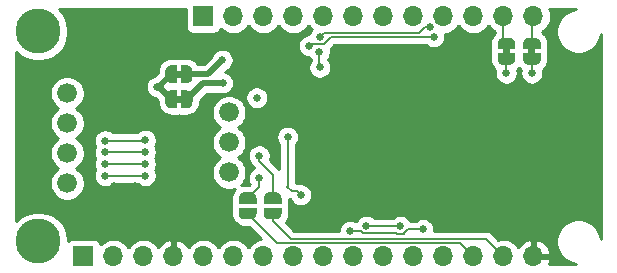
<source format=gbr>
G04 #@! TF.GenerationSoftware,KiCad,Pcbnew,(5.1.4)-1*
G04 #@! TF.CreationDate,2019-11-09T17:02:04-05:00*
G04 #@! TF.ProjectId,Feather-SAM-M8Q-GPS,46656174-6865-4722-9d53-414d2d4d3851,rev?*
G04 #@! TF.SameCoordinates,Original*
G04 #@! TF.FileFunction,Copper,L2,Bot*
G04 #@! TF.FilePolarity,Positive*
%FSLAX46Y46*%
G04 Gerber Fmt 4.6, Leading zero omitted, Abs format (unit mm)*
G04 Created by KiCad (PCBNEW (5.1.4)-1) date 2019-11-09 17:02:04*
%MOMM*%
%LPD*%
G04 APERTURE LIST*
%ADD10C,0.100000*%
%ADD11C,1.676400*%
%ADD12C,0.500000*%
%ADD13C,3.800000*%
%ADD14O,1.700000X1.700000*%
%ADD15R,1.700000X1.700000*%
%ADD16C,0.660400*%
%ADD17C,0.508000*%
%ADD18C,0.152400*%
%ADD19C,0.254000*%
G04 APERTURE END LIST*
D10*
G36*
X128798600Y-59795600D02*
G01*
X128798600Y-60295600D01*
X128198600Y-60295600D01*
X128198600Y-59795600D01*
X128798600Y-59795600D01*
G37*
G36*
X130957600Y-59795600D02*
G01*
X130957600Y-60295600D01*
X130357600Y-60295600D01*
X130357600Y-59795600D01*
X130957600Y-59795600D01*
G37*
G36*
X100522200Y-63809600D02*
G01*
X101022200Y-63809600D01*
X101022200Y-64409600D01*
X100522200Y-64409600D01*
X100522200Y-63809600D01*
G37*
G36*
X100522200Y-61676000D02*
G01*
X101022200Y-61676000D01*
X101022200Y-62276000D01*
X100522200Y-62276000D01*
X100522200Y-61676000D01*
G37*
D11*
X105016300Y-67767200D03*
X105016300Y-65227200D03*
X105016300Y-70307200D03*
X91313000Y-63601600D03*
X91313000Y-66141600D03*
D12*
X128498600Y-60695600D03*
D10*
G36*
X129248600Y-60195600D02*
G01*
X129248600Y-60695600D01*
X129247998Y-60695600D01*
X129247998Y-60720134D01*
X129243188Y-60768965D01*
X129233616Y-60817090D01*
X129219372Y-60864045D01*
X129200595Y-60909378D01*
X129177464Y-60952651D01*
X129150204Y-60993450D01*
X129119076Y-61031379D01*
X129084379Y-61066076D01*
X129046450Y-61097204D01*
X129005651Y-61124464D01*
X128962378Y-61147595D01*
X128917045Y-61166372D01*
X128870090Y-61180616D01*
X128821965Y-61190188D01*
X128773134Y-61194998D01*
X128748600Y-61194998D01*
X128748600Y-61195600D01*
X128248600Y-61195600D01*
X128248600Y-61194998D01*
X128224066Y-61194998D01*
X128175235Y-61190188D01*
X128127110Y-61180616D01*
X128080155Y-61166372D01*
X128034822Y-61147595D01*
X127991549Y-61124464D01*
X127950750Y-61097204D01*
X127912821Y-61066076D01*
X127878124Y-61031379D01*
X127846996Y-60993450D01*
X127819736Y-60952651D01*
X127796605Y-60909378D01*
X127777828Y-60864045D01*
X127763584Y-60817090D01*
X127754012Y-60768965D01*
X127749202Y-60720134D01*
X127749202Y-60695600D01*
X127748600Y-60695600D01*
X127748600Y-60195600D01*
X129248600Y-60195600D01*
X129248600Y-60195600D01*
G37*
D12*
X128498600Y-59395600D03*
D10*
G36*
X127749202Y-59395600D02*
G01*
X127749202Y-59371066D01*
X127754012Y-59322235D01*
X127763584Y-59274110D01*
X127777828Y-59227155D01*
X127796605Y-59181822D01*
X127819736Y-59138549D01*
X127846996Y-59097750D01*
X127878124Y-59059821D01*
X127912821Y-59025124D01*
X127950750Y-58993996D01*
X127991549Y-58966736D01*
X128034822Y-58943605D01*
X128080155Y-58924828D01*
X128127110Y-58910584D01*
X128175235Y-58901012D01*
X128224066Y-58896202D01*
X128248600Y-58896202D01*
X128248600Y-58895600D01*
X128748600Y-58895600D01*
X128748600Y-58896202D01*
X128773134Y-58896202D01*
X128821965Y-58901012D01*
X128870090Y-58910584D01*
X128917045Y-58924828D01*
X128962378Y-58943605D01*
X129005651Y-58966736D01*
X129046450Y-58993996D01*
X129084379Y-59025124D01*
X129119076Y-59059821D01*
X129150204Y-59097750D01*
X129177464Y-59138549D01*
X129200595Y-59181822D01*
X129219372Y-59227155D01*
X129233616Y-59274110D01*
X129243188Y-59322235D01*
X129247998Y-59371066D01*
X129247998Y-59395600D01*
X129248600Y-59395600D01*
X129248600Y-59895600D01*
X127748600Y-59895600D01*
X127748600Y-59395600D01*
X127749202Y-59395600D01*
X127749202Y-59395600D01*
G37*
D12*
X130657600Y-60695600D03*
D10*
G36*
X131407600Y-60195600D02*
G01*
X131407600Y-60695600D01*
X131406998Y-60695600D01*
X131406998Y-60720134D01*
X131402188Y-60768965D01*
X131392616Y-60817090D01*
X131378372Y-60864045D01*
X131359595Y-60909378D01*
X131336464Y-60952651D01*
X131309204Y-60993450D01*
X131278076Y-61031379D01*
X131243379Y-61066076D01*
X131205450Y-61097204D01*
X131164651Y-61124464D01*
X131121378Y-61147595D01*
X131076045Y-61166372D01*
X131029090Y-61180616D01*
X130980965Y-61190188D01*
X130932134Y-61194998D01*
X130907600Y-61194998D01*
X130907600Y-61195600D01*
X130407600Y-61195600D01*
X130407600Y-61194998D01*
X130383066Y-61194998D01*
X130334235Y-61190188D01*
X130286110Y-61180616D01*
X130239155Y-61166372D01*
X130193822Y-61147595D01*
X130150549Y-61124464D01*
X130109750Y-61097204D01*
X130071821Y-61066076D01*
X130037124Y-61031379D01*
X130005996Y-60993450D01*
X129978736Y-60952651D01*
X129955605Y-60909378D01*
X129936828Y-60864045D01*
X129922584Y-60817090D01*
X129913012Y-60768965D01*
X129908202Y-60720134D01*
X129908202Y-60695600D01*
X129907600Y-60695600D01*
X129907600Y-60195600D01*
X131407600Y-60195600D01*
X131407600Y-60195600D01*
G37*
D12*
X130657600Y-59395600D03*
D10*
G36*
X129908202Y-59395600D02*
G01*
X129908202Y-59371066D01*
X129913012Y-59322235D01*
X129922584Y-59274110D01*
X129936828Y-59227155D01*
X129955605Y-59181822D01*
X129978736Y-59138549D01*
X130005996Y-59097750D01*
X130037124Y-59059821D01*
X130071821Y-59025124D01*
X130109750Y-58993996D01*
X130150549Y-58966736D01*
X130193822Y-58943605D01*
X130239155Y-58924828D01*
X130286110Y-58910584D01*
X130334235Y-58901012D01*
X130383066Y-58896202D01*
X130407600Y-58896202D01*
X130407600Y-58895600D01*
X130907600Y-58895600D01*
X130907600Y-58896202D01*
X130932134Y-58896202D01*
X130980965Y-58901012D01*
X131029090Y-58910584D01*
X131076045Y-58924828D01*
X131121378Y-58943605D01*
X131164651Y-58966736D01*
X131205450Y-58993996D01*
X131243379Y-59025124D01*
X131278076Y-59059821D01*
X131309204Y-59097750D01*
X131336464Y-59138549D01*
X131359595Y-59181822D01*
X131378372Y-59227155D01*
X131392616Y-59274110D01*
X131402188Y-59322235D01*
X131406998Y-59371066D01*
X131406998Y-59395600D01*
X131407600Y-59395600D01*
X131407600Y-59895600D01*
X129907600Y-59895600D01*
X129907600Y-59395600D01*
X129908202Y-59395600D01*
X129908202Y-59395600D01*
G37*
D11*
X91313000Y-71221600D03*
X91313000Y-68681600D03*
D13*
X88874600Y-58369200D03*
X88874600Y-76149200D03*
D14*
X130784600Y-57099200D03*
X128244600Y-57099200D03*
X125704600Y-57099200D03*
X123164600Y-57099200D03*
X120624600Y-57099200D03*
X118084600Y-57099200D03*
X115544600Y-57099200D03*
X113004600Y-57099200D03*
X110464600Y-57099200D03*
X107924600Y-57099200D03*
X105384600Y-57099200D03*
D15*
X102844600Y-57099200D03*
D14*
X130784600Y-77419200D03*
X128244600Y-77419200D03*
X125704600Y-77419200D03*
X123164600Y-77419200D03*
X120624600Y-77419200D03*
X118084600Y-77419200D03*
X115544600Y-77419200D03*
X113004600Y-77419200D03*
X110464600Y-77419200D03*
X107924600Y-77419200D03*
X105384600Y-77419200D03*
X102844600Y-77419200D03*
X100304600Y-77419200D03*
X97764600Y-77419200D03*
X95224600Y-77419200D03*
D15*
X92684600Y-77419200D03*
D12*
X108712000Y-72489300D03*
D10*
G36*
X107962000Y-72989300D02*
G01*
X107962000Y-72489300D01*
X107962602Y-72489300D01*
X107962602Y-72464766D01*
X107967412Y-72415935D01*
X107976984Y-72367810D01*
X107991228Y-72320855D01*
X108010005Y-72275522D01*
X108033136Y-72232249D01*
X108060396Y-72191450D01*
X108091524Y-72153521D01*
X108126221Y-72118824D01*
X108164150Y-72087696D01*
X108204949Y-72060436D01*
X108248222Y-72037305D01*
X108293555Y-72018528D01*
X108340510Y-72004284D01*
X108388635Y-71994712D01*
X108437466Y-71989902D01*
X108462000Y-71989902D01*
X108462000Y-71989300D01*
X108962000Y-71989300D01*
X108962000Y-71989902D01*
X108986534Y-71989902D01*
X109035365Y-71994712D01*
X109083490Y-72004284D01*
X109130445Y-72018528D01*
X109175778Y-72037305D01*
X109219051Y-72060436D01*
X109259850Y-72087696D01*
X109297779Y-72118824D01*
X109332476Y-72153521D01*
X109363604Y-72191450D01*
X109390864Y-72232249D01*
X109413995Y-72275522D01*
X109432772Y-72320855D01*
X109447016Y-72367810D01*
X109456588Y-72415935D01*
X109461398Y-72464766D01*
X109461398Y-72489300D01*
X109462000Y-72489300D01*
X109462000Y-72989300D01*
X107962000Y-72989300D01*
X107962000Y-72989300D01*
G37*
D12*
X108712000Y-73789300D03*
D10*
G36*
X109461398Y-73789300D02*
G01*
X109461398Y-73813834D01*
X109456588Y-73862665D01*
X109447016Y-73910790D01*
X109432772Y-73957745D01*
X109413995Y-74003078D01*
X109390864Y-74046351D01*
X109363604Y-74087150D01*
X109332476Y-74125079D01*
X109297779Y-74159776D01*
X109259850Y-74190904D01*
X109219051Y-74218164D01*
X109175778Y-74241295D01*
X109130445Y-74260072D01*
X109083490Y-74274316D01*
X109035365Y-74283888D01*
X108986534Y-74288698D01*
X108962000Y-74288698D01*
X108962000Y-74289300D01*
X108462000Y-74289300D01*
X108462000Y-74288698D01*
X108437466Y-74288698D01*
X108388635Y-74283888D01*
X108340510Y-74274316D01*
X108293555Y-74260072D01*
X108248222Y-74241295D01*
X108204949Y-74218164D01*
X108164150Y-74190904D01*
X108126221Y-74159776D01*
X108091524Y-74125079D01*
X108060396Y-74087150D01*
X108033136Y-74046351D01*
X108010005Y-74003078D01*
X107991228Y-73957745D01*
X107976984Y-73910790D01*
X107967412Y-73862665D01*
X107962602Y-73813834D01*
X107962602Y-73789300D01*
X107962000Y-73789300D01*
X107962000Y-73289300D01*
X109462000Y-73289300D01*
X109462000Y-73789300D01*
X109461398Y-73789300D01*
X109461398Y-73789300D01*
G37*
D12*
X106591100Y-72489300D03*
D10*
G36*
X105841100Y-72989300D02*
G01*
X105841100Y-72489300D01*
X105841702Y-72489300D01*
X105841702Y-72464766D01*
X105846512Y-72415935D01*
X105856084Y-72367810D01*
X105870328Y-72320855D01*
X105889105Y-72275522D01*
X105912236Y-72232249D01*
X105939496Y-72191450D01*
X105970624Y-72153521D01*
X106005321Y-72118824D01*
X106043250Y-72087696D01*
X106084049Y-72060436D01*
X106127322Y-72037305D01*
X106172655Y-72018528D01*
X106219610Y-72004284D01*
X106267735Y-71994712D01*
X106316566Y-71989902D01*
X106341100Y-71989902D01*
X106341100Y-71989300D01*
X106841100Y-71989300D01*
X106841100Y-71989902D01*
X106865634Y-71989902D01*
X106914465Y-71994712D01*
X106962590Y-72004284D01*
X107009545Y-72018528D01*
X107054878Y-72037305D01*
X107098151Y-72060436D01*
X107138950Y-72087696D01*
X107176879Y-72118824D01*
X107211576Y-72153521D01*
X107242704Y-72191450D01*
X107269964Y-72232249D01*
X107293095Y-72275522D01*
X107311872Y-72320855D01*
X107326116Y-72367810D01*
X107335688Y-72415935D01*
X107340498Y-72464766D01*
X107340498Y-72489300D01*
X107341100Y-72489300D01*
X107341100Y-72989300D01*
X105841100Y-72989300D01*
X105841100Y-72989300D01*
G37*
D12*
X106591100Y-73789300D03*
D10*
G36*
X107340498Y-73789300D02*
G01*
X107340498Y-73813834D01*
X107335688Y-73862665D01*
X107326116Y-73910790D01*
X107311872Y-73957745D01*
X107293095Y-74003078D01*
X107269964Y-74046351D01*
X107242704Y-74087150D01*
X107211576Y-74125079D01*
X107176879Y-74159776D01*
X107138950Y-74190904D01*
X107098151Y-74218164D01*
X107054878Y-74241295D01*
X107009545Y-74260072D01*
X106962590Y-74274316D01*
X106914465Y-74283888D01*
X106865634Y-74288698D01*
X106841100Y-74288698D01*
X106841100Y-74289300D01*
X106341100Y-74289300D01*
X106341100Y-74288698D01*
X106316566Y-74288698D01*
X106267735Y-74283888D01*
X106219610Y-74274316D01*
X106172655Y-74260072D01*
X106127322Y-74241295D01*
X106084049Y-74218164D01*
X106043250Y-74190904D01*
X106005321Y-74159776D01*
X105970624Y-74125079D01*
X105939496Y-74087150D01*
X105912236Y-74046351D01*
X105889105Y-74003078D01*
X105870328Y-73957745D01*
X105856084Y-73910790D01*
X105846512Y-73862665D01*
X105841702Y-73813834D01*
X105841702Y-73789300D01*
X105841100Y-73789300D01*
X105841100Y-73289300D01*
X107341100Y-73289300D01*
X107341100Y-73789300D01*
X107340498Y-73789300D01*
X107340498Y-73789300D01*
G37*
D12*
X101422200Y-64109600D03*
D10*
G36*
X100922200Y-63359600D02*
G01*
X101422200Y-63359600D01*
X101422200Y-63360202D01*
X101446734Y-63360202D01*
X101495565Y-63365012D01*
X101543690Y-63374584D01*
X101590645Y-63388828D01*
X101635978Y-63407605D01*
X101679251Y-63430736D01*
X101720050Y-63457996D01*
X101757979Y-63489124D01*
X101792676Y-63523821D01*
X101823804Y-63561750D01*
X101851064Y-63602549D01*
X101874195Y-63645822D01*
X101892972Y-63691155D01*
X101907216Y-63738110D01*
X101916788Y-63786235D01*
X101921598Y-63835066D01*
X101921598Y-63859600D01*
X101922200Y-63859600D01*
X101922200Y-64359600D01*
X101921598Y-64359600D01*
X101921598Y-64384134D01*
X101916788Y-64432965D01*
X101907216Y-64481090D01*
X101892972Y-64528045D01*
X101874195Y-64573378D01*
X101851064Y-64616651D01*
X101823804Y-64657450D01*
X101792676Y-64695379D01*
X101757979Y-64730076D01*
X101720050Y-64761204D01*
X101679251Y-64788464D01*
X101635978Y-64811595D01*
X101590645Y-64830372D01*
X101543690Y-64844616D01*
X101495565Y-64854188D01*
X101446734Y-64858998D01*
X101422200Y-64858998D01*
X101422200Y-64859600D01*
X100922200Y-64859600D01*
X100922200Y-63359600D01*
X100922200Y-63359600D01*
G37*
D12*
X100122200Y-64109600D03*
D10*
G36*
X100122200Y-64858998D02*
G01*
X100097666Y-64858998D01*
X100048835Y-64854188D01*
X100000710Y-64844616D01*
X99953755Y-64830372D01*
X99908422Y-64811595D01*
X99865149Y-64788464D01*
X99824350Y-64761204D01*
X99786421Y-64730076D01*
X99751724Y-64695379D01*
X99720596Y-64657450D01*
X99693336Y-64616651D01*
X99670205Y-64573378D01*
X99651428Y-64528045D01*
X99637184Y-64481090D01*
X99627612Y-64432965D01*
X99622802Y-64384134D01*
X99622802Y-64359600D01*
X99622200Y-64359600D01*
X99622200Y-63859600D01*
X99622802Y-63859600D01*
X99622802Y-63835066D01*
X99627612Y-63786235D01*
X99637184Y-63738110D01*
X99651428Y-63691155D01*
X99670205Y-63645822D01*
X99693336Y-63602549D01*
X99720596Y-63561750D01*
X99751724Y-63523821D01*
X99786421Y-63489124D01*
X99824350Y-63457996D01*
X99865149Y-63430736D01*
X99908422Y-63407605D01*
X99953755Y-63388828D01*
X100000710Y-63374584D01*
X100048835Y-63365012D01*
X100097666Y-63360202D01*
X100122200Y-63360202D01*
X100122200Y-63359600D01*
X100622200Y-63359600D01*
X100622200Y-64859600D01*
X100122200Y-64859600D01*
X100122200Y-64858998D01*
X100122200Y-64858998D01*
G37*
D12*
X101422200Y-61976000D03*
D10*
G36*
X100922200Y-61226000D02*
G01*
X101422200Y-61226000D01*
X101422200Y-61226602D01*
X101446734Y-61226602D01*
X101495565Y-61231412D01*
X101543690Y-61240984D01*
X101590645Y-61255228D01*
X101635978Y-61274005D01*
X101679251Y-61297136D01*
X101720050Y-61324396D01*
X101757979Y-61355524D01*
X101792676Y-61390221D01*
X101823804Y-61428150D01*
X101851064Y-61468949D01*
X101874195Y-61512222D01*
X101892972Y-61557555D01*
X101907216Y-61604510D01*
X101916788Y-61652635D01*
X101921598Y-61701466D01*
X101921598Y-61726000D01*
X101922200Y-61726000D01*
X101922200Y-62226000D01*
X101921598Y-62226000D01*
X101921598Y-62250534D01*
X101916788Y-62299365D01*
X101907216Y-62347490D01*
X101892972Y-62394445D01*
X101874195Y-62439778D01*
X101851064Y-62483051D01*
X101823804Y-62523850D01*
X101792676Y-62561779D01*
X101757979Y-62596476D01*
X101720050Y-62627604D01*
X101679251Y-62654864D01*
X101635978Y-62677995D01*
X101590645Y-62696772D01*
X101543690Y-62711016D01*
X101495565Y-62720588D01*
X101446734Y-62725398D01*
X101422200Y-62725398D01*
X101422200Y-62726000D01*
X100922200Y-62726000D01*
X100922200Y-61226000D01*
X100922200Y-61226000D01*
G37*
D12*
X100122200Y-61976000D03*
D10*
G36*
X100122200Y-62725398D02*
G01*
X100097666Y-62725398D01*
X100048835Y-62720588D01*
X100000710Y-62711016D01*
X99953755Y-62696772D01*
X99908422Y-62677995D01*
X99865149Y-62654864D01*
X99824350Y-62627604D01*
X99786421Y-62596476D01*
X99751724Y-62561779D01*
X99720596Y-62523850D01*
X99693336Y-62483051D01*
X99670205Y-62439778D01*
X99651428Y-62394445D01*
X99637184Y-62347490D01*
X99627612Y-62299365D01*
X99622802Y-62250534D01*
X99622802Y-62226000D01*
X99622200Y-62226000D01*
X99622200Y-61726000D01*
X99622802Y-61726000D01*
X99622802Y-61701466D01*
X99627612Y-61652635D01*
X99637184Y-61604510D01*
X99651428Y-61557555D01*
X99670205Y-61512222D01*
X99693336Y-61468949D01*
X99720596Y-61428150D01*
X99751724Y-61390221D01*
X99786421Y-61355524D01*
X99824350Y-61324396D01*
X99865149Y-61297136D01*
X99908422Y-61274005D01*
X99953755Y-61255228D01*
X100000710Y-61240984D01*
X100048835Y-61231412D01*
X100097666Y-61226602D01*
X100122200Y-61226602D01*
X100122200Y-61226000D01*
X100622200Y-61226000D01*
X100622200Y-62726000D01*
X100122200Y-62726000D01*
X100122200Y-62725398D01*
X100122200Y-62725398D01*
G37*
D16*
X95237300Y-66230500D03*
X95237300Y-71437500D03*
X97028000Y-71412100D03*
X97028000Y-66230500D03*
X92113100Y-56781700D03*
X96583500Y-56781700D03*
X101053900Y-56781700D03*
X88188800Y-71361300D03*
X88188800Y-66890900D03*
X88188800Y-62420500D03*
X102831900Y-60629800D03*
X98615500Y-61429900D03*
X96316800Y-63220600D03*
X93941900Y-62064900D03*
X93535500Y-64414400D03*
X90957400Y-61188600D03*
X105054400Y-59194700D03*
X106972100Y-59207400D03*
X108343700Y-59207400D03*
X103987600Y-59563000D03*
X99352100Y-74980800D03*
X97586800Y-74955400D03*
X95161100Y-75374500D03*
X93764100Y-75361800D03*
X91782900Y-75463400D03*
X91325700Y-73431400D03*
X94538800Y-71907400D03*
X93116400Y-71793100D03*
X89725500Y-72859900D03*
X87223600Y-73761600D03*
X114706400Y-62115700D03*
X116586000Y-62115700D03*
X118465600Y-62115700D03*
X120345200Y-62115700D03*
X122224800Y-62115700D03*
X124104400Y-62115700D03*
X112699800Y-72313800D03*
X114160300Y-73355200D03*
X114058700Y-72301100D03*
X122732800Y-75018900D03*
X124828300Y-74980800D03*
X126911100Y-74955400D03*
X126936500Y-72263000D03*
X124980700Y-72237600D03*
X125907800Y-73507600D03*
X124955300Y-59766200D03*
X126860300Y-59867800D03*
X126771400Y-61099700D03*
X125031500Y-61188600D03*
X133210300Y-56718200D03*
X132372100Y-58204100D03*
X132372100Y-59448700D03*
X136207500Y-59956700D03*
X136207500Y-61961485D03*
X136207500Y-63966270D03*
X136207500Y-65971055D03*
X136207500Y-67975840D03*
X136207500Y-69980625D03*
X136207500Y-71985410D03*
X136207500Y-73990200D03*
X127927100Y-63030100D03*
X128435100Y-64033400D03*
X130035300Y-66382900D03*
X131940300Y-66395600D03*
X134277100Y-66370200D03*
X134251700Y-63792100D03*
X134327900Y-61874400D03*
X132740400Y-60833000D03*
X132346700Y-62560200D03*
X129971800Y-63246000D03*
X132232400Y-63792100D03*
X130695700Y-64643000D03*
X133032500Y-65087500D03*
X129222500Y-72618600D03*
X130238500Y-72732900D03*
X131356100Y-72745600D03*
X132854700Y-72821800D03*
X134594600Y-72821800D03*
X133896100Y-73926700D03*
X132499100Y-75298300D03*
X129413000Y-76009500D03*
X130797300Y-75869800D03*
X132448300Y-76327000D03*
X132575300Y-77584300D03*
X114706400Y-63985140D03*
X114706400Y-65854580D03*
X114706400Y-67724020D03*
X114706400Y-69593460D03*
X114706400Y-71462900D03*
X124104400Y-63985140D03*
X124104400Y-65854580D03*
X124104400Y-67724020D03*
X124104400Y-69593460D03*
X124104400Y-71462900D03*
X116586000Y-71462900D03*
X118465600Y-71462900D03*
X120345200Y-71462900D03*
X122224800Y-71462900D03*
X116586000Y-63985140D03*
X116586000Y-65854580D03*
X116586000Y-67724020D03*
X116586000Y-69593460D03*
X118465600Y-69593460D03*
X118465600Y-67724020D03*
X118465600Y-65854580D03*
X118465600Y-63985140D03*
X120345200Y-63985140D03*
X120345200Y-65854580D03*
X120345200Y-67724020D03*
X120345200Y-69593460D03*
X122224800Y-69593460D03*
X122224800Y-67724020D03*
X122224800Y-65854580D03*
X122224800Y-63985140D03*
X98577400Y-64693800D03*
X98209100Y-65887600D03*
X94259400Y-58178700D03*
X99237800Y-58115200D03*
X96583500Y-61455300D03*
X114020600Y-61264800D03*
X90131900Y-64833500D03*
X90131900Y-67398900D03*
X90119200Y-69938900D03*
X98933000Y-63042800D03*
X104444800Y-60782200D03*
X104470200Y-62738000D03*
X115265200Y-75260200D03*
X121437400Y-75133200D03*
X111086900Y-72199500D03*
X116649500Y-74853800D03*
X119507000Y-74879200D03*
X109969300Y-67297300D03*
X112674400Y-60121800D03*
X112674400Y-60121800D03*
X112687100Y-61404500D03*
X107569000Y-70789800D03*
X97942400Y-70573900D03*
X94526100Y-70586600D03*
X107569000Y-68884800D03*
X97942400Y-69579066D03*
X94526100Y-69591766D03*
X130657600Y-61899800D03*
X97942400Y-67589400D03*
X94526100Y-67602100D03*
X122034300Y-58013600D03*
X112737900Y-58839100D03*
X128498600Y-61899800D03*
X97942400Y-68584233D03*
X94526100Y-68596933D03*
X122351800Y-58839100D03*
X107365800Y-63982600D03*
X111798100Y-59588400D03*
D17*
X99055400Y-63042800D02*
X100122200Y-61976000D01*
X98933000Y-63042800D02*
X99055400Y-63042800D01*
X99060000Y-63042800D02*
X99055400Y-63042800D01*
X99597426Y-63580226D02*
X99060000Y-63042800D01*
X100122200Y-64109600D02*
X99597426Y-63584826D01*
X99597426Y-63584826D02*
X99597426Y-63580226D01*
X103251000Y-61976000D02*
X104444800Y-60782200D01*
X101422200Y-61976000D02*
X103251000Y-61976000D01*
X102793800Y-62738000D02*
X101422200Y-64109600D01*
X104470200Y-62738000D02*
X102793800Y-62738000D01*
D18*
X130657600Y-57226200D02*
X130784600Y-57099200D01*
X130657600Y-59395600D02*
X130657600Y-57226200D01*
X128244600Y-59141600D02*
X128498600Y-59395600D01*
X128244600Y-57099200D02*
X128244600Y-59141600D01*
X121437400Y-75133200D02*
X120175874Y-75133200D01*
X119823473Y-75485601D02*
X119866837Y-75442237D01*
X115265200Y-75260200D02*
X116158426Y-75260200D01*
X116158426Y-75260200D02*
X116361626Y-75463400D01*
X119215927Y-75485601D02*
X119823473Y-75485601D01*
X120175874Y-75133200D02*
X119866837Y-75442237D01*
X116361626Y-75463400D02*
X119193726Y-75463400D01*
X119193726Y-75463400D02*
X119215927Y-75485601D01*
X110756701Y-71869301D02*
X110312201Y-71869301D01*
X111086900Y-72199500D02*
X110756701Y-71869301D01*
X110312201Y-71869301D02*
X109943900Y-71501000D01*
X109969300Y-71475600D02*
X109969300Y-67297300D01*
X109943900Y-71501000D02*
X109969300Y-71475600D01*
X116674900Y-74879200D02*
X116649500Y-74853800D01*
X119507000Y-74879200D02*
X116674900Y-74879200D01*
X112674400Y-61391800D02*
X112687100Y-61404500D01*
X112674400Y-60121800D02*
X112674400Y-61391800D01*
X107115874Y-74314074D02*
X106591100Y-73789300D01*
X109094799Y-76292999D02*
X107115874Y-74314074D01*
X124578399Y-76292999D02*
X109094799Y-76292999D01*
X125704600Y-77419200D02*
X124578399Y-76292999D01*
X127394601Y-76569201D02*
X128244600Y-77419200D01*
X126765989Y-75940589D02*
X127394601Y-76569201D01*
X110263289Y-75940589D02*
X126765989Y-75940589D01*
X108712000Y-74389300D02*
X110263289Y-75940589D01*
X108712000Y-73789300D02*
X108712000Y-74389300D01*
X94538800Y-70573900D02*
X94526100Y-70586600D01*
X97942400Y-70573900D02*
X94538800Y-70573900D01*
X107569000Y-71511400D02*
X106591100Y-72489300D01*
X107569000Y-70789800D02*
X107569000Y-71511400D01*
X97929700Y-69591766D02*
X97942400Y-69579066D01*
X94526100Y-69591766D02*
X97929700Y-69591766D01*
X108712000Y-71889300D02*
X108712000Y-72489300D01*
X108712000Y-70494773D02*
X108712000Y-71889300D01*
X107569000Y-69351773D02*
X108712000Y-70494773D01*
X107569000Y-68884800D02*
X107569000Y-69351773D01*
X130657600Y-61899800D02*
X130657600Y-60695600D01*
X113090310Y-58486690D02*
X112737900Y-58839100D01*
X121094237Y-58486690D02*
X113090310Y-58486690D01*
X122034300Y-58013600D02*
X121567327Y-58013600D01*
X121567327Y-58013600D02*
X121094237Y-58486690D01*
X97929700Y-67602100D02*
X97942400Y-67589400D01*
X94526100Y-67602100D02*
X97929700Y-67602100D01*
X128498600Y-61899800D02*
X128498600Y-60695600D01*
X122351800Y-58839100D02*
X113944400Y-58839100D01*
X113635374Y-58839100D02*
X113944400Y-58839100D01*
X113028973Y-59445501D02*
X113635374Y-58839100D01*
X111798100Y-59588400D02*
X111940999Y-59445501D01*
X111940999Y-59445501D02*
X113028973Y-59445501D01*
X94538800Y-68584233D02*
X94526100Y-68596933D01*
X97942400Y-68584233D02*
X94538800Y-68584233D01*
D19*
G36*
X101356528Y-57949200D02*
G01*
X101368788Y-58073682D01*
X101405098Y-58193380D01*
X101464063Y-58303694D01*
X101543415Y-58400385D01*
X101640106Y-58479737D01*
X101750420Y-58538702D01*
X101870118Y-58575012D01*
X101994600Y-58587272D01*
X103694600Y-58587272D01*
X103819082Y-58575012D01*
X103938780Y-58538702D01*
X104049094Y-58479737D01*
X104145785Y-58400385D01*
X104225137Y-58303694D01*
X104284102Y-58193380D01*
X104304993Y-58124513D01*
X104329466Y-58154334D01*
X104555586Y-58339906D01*
X104813566Y-58477799D01*
X105093489Y-58562713D01*
X105311650Y-58584200D01*
X105457550Y-58584200D01*
X105675711Y-58562713D01*
X105955634Y-58477799D01*
X106213614Y-58339906D01*
X106439734Y-58154334D01*
X106625306Y-57928214D01*
X106654600Y-57873409D01*
X106683894Y-57928214D01*
X106869466Y-58154334D01*
X107095586Y-58339906D01*
X107353566Y-58477799D01*
X107633489Y-58562713D01*
X107851650Y-58584200D01*
X107997550Y-58584200D01*
X108215711Y-58562713D01*
X108495634Y-58477799D01*
X108753614Y-58339906D01*
X108979734Y-58154334D01*
X109165306Y-57928214D01*
X109194600Y-57873409D01*
X109223894Y-57928214D01*
X109409466Y-58154334D01*
X109635586Y-58339906D01*
X109893566Y-58477799D01*
X110173489Y-58562713D01*
X110391650Y-58584200D01*
X110537550Y-58584200D01*
X110755711Y-58562713D01*
X111035634Y-58477799D01*
X111293614Y-58339906D01*
X111519734Y-58154334D01*
X111705306Y-57928214D01*
X111734600Y-57873409D01*
X111763894Y-57928214D01*
X111949466Y-58154334D01*
X112008895Y-58203106D01*
X111988180Y-58223821D01*
X111882551Y-58381906D01*
X111809792Y-58557562D01*
X111796736Y-58623200D01*
X111703036Y-58623200D01*
X111516562Y-58660292D01*
X111340906Y-58733051D01*
X111182821Y-58838680D01*
X111048380Y-58973121D01*
X110942751Y-59131206D01*
X110869992Y-59306862D01*
X110832900Y-59493336D01*
X110832900Y-59683464D01*
X110869992Y-59869938D01*
X110942751Y-60045594D01*
X111048380Y-60203679D01*
X111182821Y-60338120D01*
X111340906Y-60443749D01*
X111516562Y-60516508D01*
X111703036Y-60553600D01*
X111808532Y-60553600D01*
X111819051Y-60578994D01*
X111924680Y-60737079D01*
X111957101Y-60769500D01*
X111937380Y-60789221D01*
X111831751Y-60947306D01*
X111758992Y-61122962D01*
X111721900Y-61309436D01*
X111721900Y-61499564D01*
X111758992Y-61686038D01*
X111831751Y-61861694D01*
X111937380Y-62019779D01*
X112071821Y-62154220D01*
X112229906Y-62259849D01*
X112405562Y-62332608D01*
X112592036Y-62369700D01*
X112782164Y-62369700D01*
X112968638Y-62332608D01*
X113144294Y-62259849D01*
X113302379Y-62154220D01*
X113436820Y-62019779D01*
X113542449Y-61861694D01*
X113615208Y-61686038D01*
X113652300Y-61499564D01*
X113652300Y-61309436D01*
X113615208Y-61122962D01*
X113542449Y-60947306D01*
X113436820Y-60789221D01*
X113404399Y-60756800D01*
X113424120Y-60737079D01*
X113529749Y-60578994D01*
X113602508Y-60403338D01*
X113639600Y-60216864D01*
X113639600Y-60026736D01*
X113608728Y-59871533D01*
X113929962Y-59550300D01*
X121698001Y-59550300D01*
X121736521Y-59588820D01*
X121894606Y-59694449D01*
X122070262Y-59767208D01*
X122256736Y-59804300D01*
X122446864Y-59804300D01*
X122633338Y-59767208D01*
X122808994Y-59694449D01*
X122967079Y-59588820D01*
X123101520Y-59454379D01*
X123207149Y-59296294D01*
X123279908Y-59120638D01*
X123317000Y-58934164D01*
X123317000Y-58744036D01*
X123284291Y-58579596D01*
X123455711Y-58562713D01*
X123735634Y-58477799D01*
X123993614Y-58339906D01*
X124219734Y-58154334D01*
X124405306Y-57928214D01*
X124434600Y-57873409D01*
X124463894Y-57928214D01*
X124649466Y-58154334D01*
X124875586Y-58339906D01*
X125133566Y-58477799D01*
X125413489Y-58562713D01*
X125631650Y-58584200D01*
X125777550Y-58584200D01*
X125995711Y-58562713D01*
X126275634Y-58477799D01*
X126533614Y-58339906D01*
X126759734Y-58154334D01*
X126945306Y-57928214D01*
X126974600Y-57873409D01*
X127003894Y-57928214D01*
X127189466Y-58154334D01*
X127415586Y-58339906D01*
X127533401Y-58402879D01*
X127533401Y-58514264D01*
X127480218Y-58557910D01*
X127410910Y-58627218D01*
X127331558Y-58723909D01*
X127277102Y-58805408D01*
X127218136Y-58915725D01*
X127180627Y-59006281D01*
X127144318Y-59125977D01*
X127125196Y-59222110D01*
X127112936Y-59346591D01*
X127112936Y-59371150D01*
X127110528Y-59395600D01*
X127110528Y-59895600D01*
X127122788Y-60020082D01*
X127130529Y-60045600D01*
X127122788Y-60071118D01*
X127110528Y-60195600D01*
X127110528Y-60695600D01*
X127112936Y-60720050D01*
X127112936Y-60744609D01*
X127125196Y-60869090D01*
X127144318Y-60965223D01*
X127180627Y-61084919D01*
X127218136Y-61175475D01*
X127277102Y-61285792D01*
X127331558Y-61367291D01*
X127410910Y-61463982D01*
X127480218Y-61533290D01*
X127573857Y-61610138D01*
X127570492Y-61618262D01*
X127533400Y-61804736D01*
X127533400Y-61994864D01*
X127570492Y-62181338D01*
X127643251Y-62356994D01*
X127748880Y-62515079D01*
X127883321Y-62649520D01*
X128041406Y-62755149D01*
X128217062Y-62827908D01*
X128403536Y-62865000D01*
X128593664Y-62865000D01*
X128780138Y-62827908D01*
X128955794Y-62755149D01*
X129113879Y-62649520D01*
X129248320Y-62515079D01*
X129353949Y-62356994D01*
X129426708Y-62181338D01*
X129463800Y-61994864D01*
X129463800Y-61804736D01*
X129426708Y-61618262D01*
X129423343Y-61610138D01*
X129516982Y-61533290D01*
X129578100Y-61472172D01*
X129639218Y-61533290D01*
X129732857Y-61610138D01*
X129729492Y-61618262D01*
X129692400Y-61804736D01*
X129692400Y-61994864D01*
X129729492Y-62181338D01*
X129802251Y-62356994D01*
X129907880Y-62515079D01*
X130042321Y-62649520D01*
X130200406Y-62755149D01*
X130376062Y-62827908D01*
X130562536Y-62865000D01*
X130752664Y-62865000D01*
X130939138Y-62827908D01*
X131114794Y-62755149D01*
X131272879Y-62649520D01*
X131407320Y-62515079D01*
X131512949Y-62356994D01*
X131585708Y-62181338D01*
X131622800Y-61994864D01*
X131622800Y-61804736D01*
X131585708Y-61618262D01*
X131582343Y-61610138D01*
X131675982Y-61533290D01*
X131745290Y-61463982D01*
X131824642Y-61367291D01*
X131879098Y-61285792D01*
X131938064Y-61175475D01*
X131975573Y-61084919D01*
X132011882Y-60965223D01*
X132031004Y-60869090D01*
X132043264Y-60744609D01*
X132043264Y-60720050D01*
X132045672Y-60695600D01*
X132045672Y-60195600D01*
X132033412Y-60071118D01*
X132025671Y-60045600D01*
X132033412Y-60020082D01*
X132045672Y-59895600D01*
X132045672Y-59395600D01*
X132043264Y-59371150D01*
X132043264Y-59346591D01*
X132031004Y-59222110D01*
X132011882Y-59125977D01*
X131975573Y-59006281D01*
X131938064Y-58915725D01*
X131879098Y-58805408D01*
X131824642Y-58723909D01*
X131745290Y-58627218D01*
X131675982Y-58557910D01*
X131579291Y-58478558D01*
X131497792Y-58424102D01*
X131476943Y-58412958D01*
X131613614Y-58339906D01*
X131839734Y-58154334D01*
X132025306Y-57928214D01*
X132163199Y-57670234D01*
X132248113Y-57390311D01*
X132276785Y-57099200D01*
X132248113Y-56808089D01*
X132163199Y-56528166D01*
X132142371Y-56489200D01*
X134383807Y-56489200D01*
X134044766Y-56556639D01*
X133701718Y-56698734D01*
X133392982Y-56905025D01*
X133130425Y-57167582D01*
X132924134Y-57476318D01*
X132782039Y-57819366D01*
X132709600Y-58183544D01*
X132709600Y-58554856D01*
X132782039Y-58919034D01*
X132924134Y-59262082D01*
X133130425Y-59570818D01*
X133392982Y-59833375D01*
X133701718Y-60039666D01*
X134044766Y-60181761D01*
X134408944Y-60254200D01*
X134780256Y-60254200D01*
X135144434Y-60181761D01*
X135487482Y-60039666D01*
X135796218Y-59833375D01*
X136058775Y-59570818D01*
X136265066Y-59262082D01*
X136407161Y-58919034D01*
X136474601Y-58579988D01*
X136474600Y-75938407D01*
X136407161Y-75599366D01*
X136265066Y-75256318D01*
X136058775Y-74947582D01*
X135796218Y-74685025D01*
X135487482Y-74478734D01*
X135144434Y-74336639D01*
X134780256Y-74264200D01*
X134408944Y-74264200D01*
X134044766Y-74336639D01*
X133701718Y-74478734D01*
X133392982Y-74685025D01*
X133130425Y-74947582D01*
X132924134Y-75256318D01*
X132782039Y-75599366D01*
X132709600Y-75963544D01*
X132709600Y-76334856D01*
X132782039Y-76699034D01*
X132924134Y-77042082D01*
X133130425Y-77350818D01*
X133392982Y-77613375D01*
X133701718Y-77819666D01*
X134044766Y-77961761D01*
X134383807Y-78029200D01*
X132136296Y-78029200D01*
X132226081Y-77776091D01*
X132105414Y-77546200D01*
X130911600Y-77546200D01*
X130911600Y-77566200D01*
X130657600Y-77566200D01*
X130657600Y-77546200D01*
X130637600Y-77546200D01*
X130637600Y-77292200D01*
X130657600Y-77292200D01*
X130657600Y-76099045D01*
X130911600Y-76099045D01*
X130911600Y-77292200D01*
X132105414Y-77292200D01*
X132226081Y-77062309D01*
X132128757Y-76787948D01*
X131979778Y-76537845D01*
X131784869Y-76321612D01*
X131551520Y-76147559D01*
X131288699Y-76022375D01*
X131141490Y-75977724D01*
X130911600Y-76099045D01*
X130657600Y-76099045D01*
X130427710Y-75977724D01*
X130280501Y-76022375D01*
X130017680Y-76147559D01*
X129784331Y-76321612D01*
X129589422Y-76537845D01*
X129519801Y-76654723D01*
X129485306Y-76590186D01*
X129299734Y-76364066D01*
X129073614Y-76178494D01*
X128815634Y-76040601D01*
X128535711Y-75955687D01*
X128317550Y-75934200D01*
X128171650Y-75934200D01*
X127953489Y-75955687D01*
X127825654Y-75994465D01*
X127293590Y-75462403D01*
X127271316Y-75435262D01*
X127163022Y-75346387D01*
X127039470Y-75280347D01*
X126905409Y-75239680D01*
X126800925Y-75229389D01*
X126800915Y-75229389D01*
X126765989Y-75225949D01*
X126731063Y-75229389D01*
X122402376Y-75229389D01*
X122402600Y-75228264D01*
X122402600Y-75038136D01*
X122365508Y-74851662D01*
X122292749Y-74676006D01*
X122187120Y-74517921D01*
X122052679Y-74383480D01*
X121894594Y-74277851D01*
X121718938Y-74205092D01*
X121532464Y-74168000D01*
X121342336Y-74168000D01*
X121155862Y-74205092D01*
X120980206Y-74277851D01*
X120822121Y-74383480D01*
X120783601Y-74422000D01*
X120362345Y-74422000D01*
X120256720Y-74263921D01*
X120122279Y-74129480D01*
X119964194Y-74023851D01*
X119788538Y-73951092D01*
X119602064Y-73914000D01*
X119411936Y-73914000D01*
X119225462Y-73951092D01*
X119049806Y-74023851D01*
X118891721Y-74129480D01*
X118853201Y-74168000D01*
X117328699Y-74168000D01*
X117264779Y-74104080D01*
X117106694Y-73998451D01*
X116931038Y-73925692D01*
X116744564Y-73888600D01*
X116554436Y-73888600D01*
X116367962Y-73925692D01*
X116192306Y-73998451D01*
X116034221Y-74104080D01*
X115899780Y-74238521D01*
X115794151Y-74396606D01*
X115775921Y-74440617D01*
X115722394Y-74404851D01*
X115546738Y-74332092D01*
X115360264Y-74295000D01*
X115170136Y-74295000D01*
X114983662Y-74332092D01*
X114808006Y-74404851D01*
X114649921Y-74510480D01*
X114515480Y-74644921D01*
X114409851Y-74803006D01*
X114337092Y-74978662D01*
X114300000Y-75165136D01*
X114300000Y-75229389D01*
X110557877Y-75229389D01*
X109838671Y-74510183D01*
X109879042Y-74460991D01*
X109933498Y-74379492D01*
X109992464Y-74269175D01*
X110029973Y-74178619D01*
X110066282Y-74058923D01*
X110085404Y-73962790D01*
X110097664Y-73838309D01*
X110097664Y-73813750D01*
X110100072Y-73789300D01*
X110100072Y-73289300D01*
X110087812Y-73164818D01*
X110080071Y-73139300D01*
X110087812Y-73113782D01*
X110100072Y-72989300D01*
X110100072Y-72548154D01*
X110172781Y-72570210D01*
X110196704Y-72572566D01*
X110231551Y-72656694D01*
X110337180Y-72814779D01*
X110471621Y-72949220D01*
X110629706Y-73054849D01*
X110805362Y-73127608D01*
X110991836Y-73164700D01*
X111181964Y-73164700D01*
X111368438Y-73127608D01*
X111544094Y-73054849D01*
X111702179Y-72949220D01*
X111836620Y-72814779D01*
X111942249Y-72656694D01*
X112015008Y-72481038D01*
X112052100Y-72294564D01*
X112052100Y-72104436D01*
X112015008Y-71917962D01*
X111942249Y-71742306D01*
X111836620Y-71584221D01*
X111702179Y-71449780D01*
X111544094Y-71344151D01*
X111368438Y-71271392D01*
X111181964Y-71234300D01*
X111077405Y-71234300D01*
X111030182Y-71209059D01*
X110896121Y-71168392D01*
X110791637Y-71158101D01*
X110791627Y-71158101D01*
X110756701Y-71154661D01*
X110721775Y-71158101D01*
X110680500Y-71158101D01*
X110680500Y-67951099D01*
X110719020Y-67912579D01*
X110824649Y-67754494D01*
X110897408Y-67578838D01*
X110934500Y-67392364D01*
X110934500Y-67202236D01*
X110897408Y-67015762D01*
X110824649Y-66840106D01*
X110719020Y-66682021D01*
X110584579Y-66547580D01*
X110426494Y-66441951D01*
X110250838Y-66369192D01*
X110064364Y-66332100D01*
X109874236Y-66332100D01*
X109687762Y-66369192D01*
X109512106Y-66441951D01*
X109354021Y-66547580D01*
X109219580Y-66682021D01*
X109113951Y-66840106D01*
X109041192Y-67015762D01*
X109004100Y-67202236D01*
X109004100Y-67392364D01*
X109041192Y-67578838D01*
X109113951Y-67754494D01*
X109219580Y-67912579D01*
X109258101Y-67951100D01*
X109258100Y-70039128D01*
X109239597Y-70016582D01*
X109239593Y-70016578D01*
X109217326Y-69989446D01*
X109190195Y-69967180D01*
X108465547Y-69242533D01*
X108497108Y-69166338D01*
X108534200Y-68979864D01*
X108534200Y-68789736D01*
X108497108Y-68603262D01*
X108424349Y-68427606D01*
X108318720Y-68269521D01*
X108184279Y-68135080D01*
X108026194Y-68029451D01*
X107850538Y-67956692D01*
X107664064Y-67919600D01*
X107473936Y-67919600D01*
X107287462Y-67956692D01*
X107111806Y-68029451D01*
X106953721Y-68135080D01*
X106819280Y-68269521D01*
X106713651Y-68427606D01*
X106640892Y-68603262D01*
X106603800Y-68789736D01*
X106603800Y-68979864D01*
X106640892Y-69166338D01*
X106713651Y-69341994D01*
X106819280Y-69500079D01*
X106893214Y-69574013D01*
X106908758Y-69625254D01*
X106974798Y-69748806D01*
X107063674Y-69857100D01*
X107090810Y-69879370D01*
X107135908Y-69924468D01*
X107111806Y-69934451D01*
X106953721Y-70040080D01*
X106819280Y-70174521D01*
X106713651Y-70332606D01*
X106640892Y-70508262D01*
X106603800Y-70694736D01*
X106603800Y-70884864D01*
X106640892Y-71071338D01*
X106713651Y-71246994D01*
X106759300Y-71315312D01*
X106723384Y-71351228D01*
X106341100Y-71351228D01*
X106316650Y-71353636D01*
X106292091Y-71353636D01*
X106167610Y-71365896D01*
X106071477Y-71385018D01*
X106000314Y-71406605D01*
X106160609Y-71246310D01*
X106321833Y-71005022D01*
X106432886Y-70736917D01*
X106489500Y-70452298D01*
X106489500Y-70162102D01*
X106432886Y-69877483D01*
X106321833Y-69609378D01*
X106160609Y-69368090D01*
X105955410Y-69162891D01*
X105767301Y-69037200D01*
X105955410Y-68911509D01*
X106160609Y-68706310D01*
X106321833Y-68465022D01*
X106432886Y-68196917D01*
X106489500Y-67912298D01*
X106489500Y-67622102D01*
X106432886Y-67337483D01*
X106321833Y-67069378D01*
X106160609Y-66828090D01*
X105955410Y-66622891D01*
X105767301Y-66497200D01*
X105955410Y-66371509D01*
X106160609Y-66166310D01*
X106321833Y-65925022D01*
X106432886Y-65656917D01*
X106489500Y-65372298D01*
X106489500Y-65082102D01*
X106432886Y-64797483D01*
X106321833Y-64529378D01*
X106160609Y-64288090D01*
X105955410Y-64082891D01*
X105714122Y-63921667D01*
X105631723Y-63887536D01*
X106400600Y-63887536D01*
X106400600Y-64077664D01*
X106437692Y-64264138D01*
X106510451Y-64439794D01*
X106616080Y-64597879D01*
X106750521Y-64732320D01*
X106908606Y-64837949D01*
X107084262Y-64910708D01*
X107270736Y-64947800D01*
X107460864Y-64947800D01*
X107647338Y-64910708D01*
X107822994Y-64837949D01*
X107981079Y-64732320D01*
X108115520Y-64597879D01*
X108221149Y-64439794D01*
X108293908Y-64264138D01*
X108331000Y-64077664D01*
X108331000Y-63887536D01*
X108293908Y-63701062D01*
X108221149Y-63525406D01*
X108115520Y-63367321D01*
X107981079Y-63232880D01*
X107822994Y-63127251D01*
X107647338Y-63054492D01*
X107460864Y-63017400D01*
X107270736Y-63017400D01*
X107084262Y-63054492D01*
X106908606Y-63127251D01*
X106750521Y-63232880D01*
X106616080Y-63367321D01*
X106510451Y-63525406D01*
X106437692Y-63701062D01*
X106400600Y-63887536D01*
X105631723Y-63887536D01*
X105446017Y-63810614D01*
X105161398Y-63754000D01*
X104871202Y-63754000D01*
X104586583Y-63810614D01*
X104318478Y-63921667D01*
X104077190Y-64082891D01*
X103871991Y-64288090D01*
X103710767Y-64529378D01*
X103599714Y-64797483D01*
X103543100Y-65082102D01*
X103543100Y-65372298D01*
X103599714Y-65656917D01*
X103710767Y-65925022D01*
X103871991Y-66166310D01*
X104077190Y-66371509D01*
X104265299Y-66497200D01*
X104077190Y-66622891D01*
X103871991Y-66828090D01*
X103710767Y-67069378D01*
X103599714Y-67337483D01*
X103543100Y-67622102D01*
X103543100Y-67912298D01*
X103599714Y-68196917D01*
X103710767Y-68465022D01*
X103871991Y-68706310D01*
X104077190Y-68911509D01*
X104265299Y-69037200D01*
X104077190Y-69162891D01*
X103871991Y-69368090D01*
X103710767Y-69609378D01*
X103599714Y-69877483D01*
X103543100Y-70162102D01*
X103543100Y-70452298D01*
X103599714Y-70736917D01*
X103710767Y-71005022D01*
X103871991Y-71246310D01*
X104077190Y-71451509D01*
X104318478Y-71612733D01*
X104586583Y-71723786D01*
X104871202Y-71780400D01*
X105161398Y-71780400D01*
X105446017Y-71723786D01*
X105539097Y-71685231D01*
X105503410Y-71720918D01*
X105424058Y-71817609D01*
X105369602Y-71899108D01*
X105310636Y-72009425D01*
X105273127Y-72099981D01*
X105236818Y-72219677D01*
X105217696Y-72315810D01*
X105205436Y-72440291D01*
X105205436Y-72464850D01*
X105203028Y-72489300D01*
X105203028Y-72989300D01*
X105215288Y-73113782D01*
X105223029Y-73139300D01*
X105215288Y-73164818D01*
X105203028Y-73289300D01*
X105203028Y-73789300D01*
X105205436Y-73813750D01*
X105205436Y-73838309D01*
X105217696Y-73962790D01*
X105236818Y-74058923D01*
X105273127Y-74178619D01*
X105310636Y-74269175D01*
X105369602Y-74379492D01*
X105424058Y-74460991D01*
X105503410Y-74557682D01*
X105572718Y-74626990D01*
X105669409Y-74706342D01*
X105750908Y-74760798D01*
X105861225Y-74819764D01*
X105951781Y-74857273D01*
X106071477Y-74893582D01*
X106167610Y-74912704D01*
X106292091Y-74924964D01*
X106316650Y-74924964D01*
X106341100Y-74927372D01*
X106723385Y-74927372D01*
X107741100Y-75945088D01*
X107633489Y-75955687D01*
X107353566Y-76040601D01*
X107095586Y-76178494D01*
X106869466Y-76364066D01*
X106683894Y-76590186D01*
X106654600Y-76644991D01*
X106625306Y-76590186D01*
X106439734Y-76364066D01*
X106213614Y-76178494D01*
X105955634Y-76040601D01*
X105675711Y-75955687D01*
X105457550Y-75934200D01*
X105311650Y-75934200D01*
X105093489Y-75955687D01*
X104813566Y-76040601D01*
X104555586Y-76178494D01*
X104329466Y-76364066D01*
X104143894Y-76590186D01*
X104114600Y-76644991D01*
X104085306Y-76590186D01*
X103899734Y-76364066D01*
X103673614Y-76178494D01*
X103415634Y-76040601D01*
X103135711Y-75955687D01*
X102917550Y-75934200D01*
X102771650Y-75934200D01*
X102553489Y-75955687D01*
X102273566Y-76040601D01*
X102015586Y-76178494D01*
X101789466Y-76364066D01*
X101603894Y-76590186D01*
X101569399Y-76654723D01*
X101499778Y-76537845D01*
X101304869Y-76321612D01*
X101071520Y-76147559D01*
X100808699Y-76022375D01*
X100661490Y-75977724D01*
X100431600Y-76099045D01*
X100431600Y-77292200D01*
X100451600Y-77292200D01*
X100451600Y-77546200D01*
X100431600Y-77546200D01*
X100431600Y-77566200D01*
X100177600Y-77566200D01*
X100177600Y-77546200D01*
X100157600Y-77546200D01*
X100157600Y-77292200D01*
X100177600Y-77292200D01*
X100177600Y-76099045D01*
X99947710Y-75977724D01*
X99800501Y-76022375D01*
X99537680Y-76147559D01*
X99304331Y-76321612D01*
X99109422Y-76537845D01*
X99039801Y-76654723D01*
X99005306Y-76590186D01*
X98819734Y-76364066D01*
X98593614Y-76178494D01*
X98335634Y-76040601D01*
X98055711Y-75955687D01*
X97837550Y-75934200D01*
X97691650Y-75934200D01*
X97473489Y-75955687D01*
X97193566Y-76040601D01*
X96935586Y-76178494D01*
X96709466Y-76364066D01*
X96523894Y-76590186D01*
X96494600Y-76644991D01*
X96465306Y-76590186D01*
X96279734Y-76364066D01*
X96053614Y-76178494D01*
X95795634Y-76040601D01*
X95515711Y-75955687D01*
X95297550Y-75934200D01*
X95151650Y-75934200D01*
X94933489Y-75955687D01*
X94653566Y-76040601D01*
X94395586Y-76178494D01*
X94169466Y-76364066D01*
X94144993Y-76393887D01*
X94124102Y-76325020D01*
X94065137Y-76214706D01*
X93985785Y-76118015D01*
X93889094Y-76038663D01*
X93778780Y-75979698D01*
X93659082Y-75943388D01*
X93534600Y-75931128D01*
X91834600Y-75931128D01*
X91710118Y-75943388D01*
X91590420Y-75979698D01*
X91480106Y-76038663D01*
X91409600Y-76096526D01*
X91409600Y-75899524D01*
X91312182Y-75409768D01*
X91121088Y-74948427D01*
X90843663Y-74533232D01*
X90490568Y-74180137D01*
X90075373Y-73902712D01*
X89614032Y-73711618D01*
X89124276Y-73614200D01*
X88624924Y-73614200D01*
X88135168Y-73711618D01*
X87673827Y-73902712D01*
X87258632Y-74180137D01*
X86994600Y-74444169D01*
X86994600Y-63456502D01*
X89839800Y-63456502D01*
X89839800Y-63746698D01*
X89896414Y-64031317D01*
X90007467Y-64299422D01*
X90168691Y-64540710D01*
X90373890Y-64745909D01*
X90561999Y-64871600D01*
X90373890Y-64997291D01*
X90168691Y-65202490D01*
X90007467Y-65443778D01*
X89896414Y-65711883D01*
X89839800Y-65996502D01*
X89839800Y-66286698D01*
X89896414Y-66571317D01*
X90007467Y-66839422D01*
X90168691Y-67080710D01*
X90373890Y-67285909D01*
X90561999Y-67411600D01*
X90373890Y-67537291D01*
X90168691Y-67742490D01*
X90007467Y-67983778D01*
X89896414Y-68251883D01*
X89839800Y-68536502D01*
X89839800Y-68826698D01*
X89896414Y-69111317D01*
X90007467Y-69379422D01*
X90168691Y-69620710D01*
X90373890Y-69825909D01*
X90561999Y-69951600D01*
X90373890Y-70077291D01*
X90168691Y-70282490D01*
X90007467Y-70523778D01*
X89896414Y-70791883D01*
X89839800Y-71076502D01*
X89839800Y-71366698D01*
X89896414Y-71651317D01*
X90007467Y-71919422D01*
X90168691Y-72160710D01*
X90373890Y-72365909D01*
X90615178Y-72527133D01*
X90883283Y-72638186D01*
X91167902Y-72694800D01*
X91458098Y-72694800D01*
X91742717Y-72638186D01*
X92010822Y-72527133D01*
X92252110Y-72365909D01*
X92457309Y-72160710D01*
X92618533Y-71919422D01*
X92729586Y-71651317D01*
X92786200Y-71366698D01*
X92786200Y-71076502D01*
X92729586Y-70791883D01*
X92618533Y-70523778D01*
X92457309Y-70282490D01*
X92252110Y-70077291D01*
X92064001Y-69951600D01*
X92252110Y-69825909D01*
X92457309Y-69620710D01*
X92618533Y-69379422D01*
X92729586Y-69111317D01*
X92786200Y-68826698D01*
X92786200Y-68536502D01*
X92729586Y-68251883D01*
X92618533Y-67983778D01*
X92457309Y-67742490D01*
X92252110Y-67537291D01*
X92206831Y-67507036D01*
X93560900Y-67507036D01*
X93560900Y-67697164D01*
X93597992Y-67883638D01*
X93670751Y-68059294D01*
X93697627Y-68099517D01*
X93670751Y-68139739D01*
X93597992Y-68315395D01*
X93560900Y-68501869D01*
X93560900Y-68691997D01*
X93597992Y-68878471D01*
X93670751Y-69054127D01*
X93697627Y-69094350D01*
X93670751Y-69134572D01*
X93597992Y-69310228D01*
X93560900Y-69496702D01*
X93560900Y-69686830D01*
X93597992Y-69873304D01*
X93670751Y-70048960D01*
X93697627Y-70089183D01*
X93670751Y-70129406D01*
X93597992Y-70305062D01*
X93560900Y-70491536D01*
X93560900Y-70681664D01*
X93597992Y-70868138D01*
X93670751Y-71043794D01*
X93776380Y-71201879D01*
X93910821Y-71336320D01*
X94068906Y-71441949D01*
X94244562Y-71514708D01*
X94431036Y-71551800D01*
X94621164Y-71551800D01*
X94807638Y-71514708D01*
X94983294Y-71441949D01*
X95141379Y-71336320D01*
X95192599Y-71285100D01*
X97288601Y-71285100D01*
X97327121Y-71323620D01*
X97485206Y-71429249D01*
X97660862Y-71502008D01*
X97847336Y-71539100D01*
X98037464Y-71539100D01*
X98223938Y-71502008D01*
X98399594Y-71429249D01*
X98557679Y-71323620D01*
X98692120Y-71189179D01*
X98797749Y-71031094D01*
X98870508Y-70855438D01*
X98907600Y-70668964D01*
X98907600Y-70478836D01*
X98870508Y-70292362D01*
X98797749Y-70116706D01*
X98770873Y-70076483D01*
X98797749Y-70036260D01*
X98870508Y-69860604D01*
X98907600Y-69674130D01*
X98907600Y-69484002D01*
X98870508Y-69297528D01*
X98797749Y-69121872D01*
X98770873Y-69081650D01*
X98797749Y-69041427D01*
X98870508Y-68865771D01*
X98907600Y-68679297D01*
X98907600Y-68489169D01*
X98870508Y-68302695D01*
X98797749Y-68127039D01*
X98770873Y-68086817D01*
X98797749Y-68046594D01*
X98870508Y-67870938D01*
X98907600Y-67684464D01*
X98907600Y-67494336D01*
X98870508Y-67307862D01*
X98797749Y-67132206D01*
X98692120Y-66974121D01*
X98557679Y-66839680D01*
X98399594Y-66734051D01*
X98223938Y-66661292D01*
X98037464Y-66624200D01*
X97847336Y-66624200D01*
X97660862Y-66661292D01*
X97485206Y-66734051D01*
X97327121Y-66839680D01*
X97275901Y-66890900D01*
X95179899Y-66890900D01*
X95141379Y-66852380D01*
X94983294Y-66746751D01*
X94807638Y-66673992D01*
X94621164Y-66636900D01*
X94431036Y-66636900D01*
X94244562Y-66673992D01*
X94068906Y-66746751D01*
X93910821Y-66852380D01*
X93776380Y-66986821D01*
X93670751Y-67144906D01*
X93597992Y-67320562D01*
X93560900Y-67507036D01*
X92206831Y-67507036D01*
X92064001Y-67411600D01*
X92252110Y-67285909D01*
X92457309Y-67080710D01*
X92618533Y-66839422D01*
X92729586Y-66571317D01*
X92786200Y-66286698D01*
X92786200Y-65996502D01*
X92729586Y-65711883D01*
X92618533Y-65443778D01*
X92457309Y-65202490D01*
X92252110Y-64997291D01*
X92064001Y-64871600D01*
X92252110Y-64745909D01*
X92457309Y-64540710D01*
X92618533Y-64299422D01*
X92729586Y-64031317D01*
X92786200Y-63746698D01*
X92786200Y-63456502D01*
X92729586Y-63171883D01*
X92636742Y-62947736D01*
X97967800Y-62947736D01*
X97967800Y-63137864D01*
X98004892Y-63324338D01*
X98077651Y-63499994D01*
X98183280Y-63658079D01*
X98317721Y-63792520D01*
X98475806Y-63898149D01*
X98651462Y-63970908D01*
X98750591Y-63990626D01*
X98916876Y-64156911D01*
X98965767Y-64216485D01*
X98984128Y-64231554D01*
X98984128Y-64359600D01*
X98986536Y-64384050D01*
X98986536Y-64408609D01*
X98998796Y-64533090D01*
X99017918Y-64629223D01*
X99054227Y-64748919D01*
X99091736Y-64839475D01*
X99150702Y-64949792D01*
X99205158Y-65031291D01*
X99284510Y-65127982D01*
X99353818Y-65197290D01*
X99450509Y-65276642D01*
X99532008Y-65331098D01*
X99642325Y-65390064D01*
X99732881Y-65427573D01*
X99852577Y-65463882D01*
X99948710Y-65483004D01*
X100073191Y-65495264D01*
X100097750Y-65495264D01*
X100122200Y-65497672D01*
X100622200Y-65497672D01*
X100746682Y-65485412D01*
X100772200Y-65477671D01*
X100797718Y-65485412D01*
X100922200Y-65497672D01*
X101422200Y-65497672D01*
X101446650Y-65495264D01*
X101471209Y-65495264D01*
X101595690Y-65483004D01*
X101691823Y-65463882D01*
X101811519Y-65427573D01*
X101902075Y-65390064D01*
X102012392Y-65331098D01*
X102093891Y-65276642D01*
X102190582Y-65197290D01*
X102259890Y-65127982D01*
X102339242Y-65031291D01*
X102393698Y-64949792D01*
X102452664Y-64839475D01*
X102490173Y-64748919D01*
X102526482Y-64629223D01*
X102545604Y-64533090D01*
X102557864Y-64408609D01*
X102557864Y-64384050D01*
X102560272Y-64359600D01*
X102560272Y-64228763D01*
X103162035Y-63627000D01*
X104094247Y-63627000D01*
X104188662Y-63666108D01*
X104375136Y-63703200D01*
X104565264Y-63703200D01*
X104751738Y-63666108D01*
X104927394Y-63593349D01*
X105085479Y-63487720D01*
X105219920Y-63353279D01*
X105325549Y-63195194D01*
X105398308Y-63019538D01*
X105435400Y-62833064D01*
X105435400Y-62642936D01*
X105398308Y-62456462D01*
X105325549Y-62280806D01*
X105219920Y-62122721D01*
X105085479Y-61988280D01*
X104927394Y-61882651D01*
X104751738Y-61809892D01*
X104687184Y-61797051D01*
X104807579Y-61676657D01*
X104901994Y-61637549D01*
X105060079Y-61531920D01*
X105194520Y-61397479D01*
X105300149Y-61239394D01*
X105372908Y-61063738D01*
X105410000Y-60877264D01*
X105410000Y-60687136D01*
X105372908Y-60500662D01*
X105300149Y-60325006D01*
X105194520Y-60166921D01*
X105060079Y-60032480D01*
X104901994Y-59926851D01*
X104726338Y-59854092D01*
X104539864Y-59817000D01*
X104349736Y-59817000D01*
X104163262Y-59854092D01*
X103987606Y-59926851D01*
X103829521Y-60032480D01*
X103695080Y-60166921D01*
X103589451Y-60325006D01*
X103550343Y-60419421D01*
X102882765Y-61087000D01*
X102361085Y-61087000D01*
X102339242Y-61054309D01*
X102259890Y-60957618D01*
X102190582Y-60888310D01*
X102093891Y-60808958D01*
X102012392Y-60754502D01*
X101902075Y-60695536D01*
X101811519Y-60658027D01*
X101691823Y-60621718D01*
X101595690Y-60602596D01*
X101471209Y-60590336D01*
X101446650Y-60590336D01*
X101422200Y-60587928D01*
X100922200Y-60587928D01*
X100797718Y-60600188D01*
X100772200Y-60607929D01*
X100746682Y-60600188D01*
X100622200Y-60587928D01*
X100122200Y-60587928D01*
X100097750Y-60590336D01*
X100073191Y-60590336D01*
X99948710Y-60602596D01*
X99852577Y-60621718D01*
X99732881Y-60658027D01*
X99642325Y-60695536D01*
X99532008Y-60754502D01*
X99450509Y-60808958D01*
X99353818Y-60888310D01*
X99284510Y-60957618D01*
X99205158Y-61054309D01*
X99150702Y-61135808D01*
X99091736Y-61246125D01*
X99054227Y-61336681D01*
X99017918Y-61456377D01*
X98998796Y-61552510D01*
X98986536Y-61676991D01*
X98986536Y-61701550D01*
X98984128Y-61726000D01*
X98984128Y-61856836D01*
X98744848Y-62096116D01*
X98651462Y-62114692D01*
X98475806Y-62187451D01*
X98317721Y-62293080D01*
X98183280Y-62427521D01*
X98077651Y-62585606D01*
X98004892Y-62761262D01*
X97967800Y-62947736D01*
X92636742Y-62947736D01*
X92618533Y-62903778D01*
X92457309Y-62662490D01*
X92252110Y-62457291D01*
X92010822Y-62296067D01*
X91742717Y-62185014D01*
X91458098Y-62128400D01*
X91167902Y-62128400D01*
X90883283Y-62185014D01*
X90615178Y-62296067D01*
X90373890Y-62457291D01*
X90168691Y-62662490D01*
X90007467Y-62903778D01*
X89896414Y-63171883D01*
X89839800Y-63456502D01*
X86994600Y-63456502D01*
X86994600Y-60074231D01*
X87258632Y-60338263D01*
X87673827Y-60615688D01*
X88135168Y-60806782D01*
X88624924Y-60904200D01*
X89124276Y-60904200D01*
X89614032Y-60806782D01*
X90075373Y-60615688D01*
X90490568Y-60338263D01*
X90843663Y-59985168D01*
X91121088Y-59569973D01*
X91312182Y-59108632D01*
X91409600Y-58618876D01*
X91409600Y-58119524D01*
X91312182Y-57629768D01*
X91121088Y-57168427D01*
X90843663Y-56753232D01*
X90579631Y-56489200D01*
X101356528Y-56489200D01*
X101356528Y-57949200D01*
X101356528Y-57949200D01*
G37*
X101356528Y-57949200D02*
X101368788Y-58073682D01*
X101405098Y-58193380D01*
X101464063Y-58303694D01*
X101543415Y-58400385D01*
X101640106Y-58479737D01*
X101750420Y-58538702D01*
X101870118Y-58575012D01*
X101994600Y-58587272D01*
X103694600Y-58587272D01*
X103819082Y-58575012D01*
X103938780Y-58538702D01*
X104049094Y-58479737D01*
X104145785Y-58400385D01*
X104225137Y-58303694D01*
X104284102Y-58193380D01*
X104304993Y-58124513D01*
X104329466Y-58154334D01*
X104555586Y-58339906D01*
X104813566Y-58477799D01*
X105093489Y-58562713D01*
X105311650Y-58584200D01*
X105457550Y-58584200D01*
X105675711Y-58562713D01*
X105955634Y-58477799D01*
X106213614Y-58339906D01*
X106439734Y-58154334D01*
X106625306Y-57928214D01*
X106654600Y-57873409D01*
X106683894Y-57928214D01*
X106869466Y-58154334D01*
X107095586Y-58339906D01*
X107353566Y-58477799D01*
X107633489Y-58562713D01*
X107851650Y-58584200D01*
X107997550Y-58584200D01*
X108215711Y-58562713D01*
X108495634Y-58477799D01*
X108753614Y-58339906D01*
X108979734Y-58154334D01*
X109165306Y-57928214D01*
X109194600Y-57873409D01*
X109223894Y-57928214D01*
X109409466Y-58154334D01*
X109635586Y-58339906D01*
X109893566Y-58477799D01*
X110173489Y-58562713D01*
X110391650Y-58584200D01*
X110537550Y-58584200D01*
X110755711Y-58562713D01*
X111035634Y-58477799D01*
X111293614Y-58339906D01*
X111519734Y-58154334D01*
X111705306Y-57928214D01*
X111734600Y-57873409D01*
X111763894Y-57928214D01*
X111949466Y-58154334D01*
X112008895Y-58203106D01*
X111988180Y-58223821D01*
X111882551Y-58381906D01*
X111809792Y-58557562D01*
X111796736Y-58623200D01*
X111703036Y-58623200D01*
X111516562Y-58660292D01*
X111340906Y-58733051D01*
X111182821Y-58838680D01*
X111048380Y-58973121D01*
X110942751Y-59131206D01*
X110869992Y-59306862D01*
X110832900Y-59493336D01*
X110832900Y-59683464D01*
X110869992Y-59869938D01*
X110942751Y-60045594D01*
X111048380Y-60203679D01*
X111182821Y-60338120D01*
X111340906Y-60443749D01*
X111516562Y-60516508D01*
X111703036Y-60553600D01*
X111808532Y-60553600D01*
X111819051Y-60578994D01*
X111924680Y-60737079D01*
X111957101Y-60769500D01*
X111937380Y-60789221D01*
X111831751Y-60947306D01*
X111758992Y-61122962D01*
X111721900Y-61309436D01*
X111721900Y-61499564D01*
X111758992Y-61686038D01*
X111831751Y-61861694D01*
X111937380Y-62019779D01*
X112071821Y-62154220D01*
X112229906Y-62259849D01*
X112405562Y-62332608D01*
X112592036Y-62369700D01*
X112782164Y-62369700D01*
X112968638Y-62332608D01*
X113144294Y-62259849D01*
X113302379Y-62154220D01*
X113436820Y-62019779D01*
X113542449Y-61861694D01*
X113615208Y-61686038D01*
X113652300Y-61499564D01*
X113652300Y-61309436D01*
X113615208Y-61122962D01*
X113542449Y-60947306D01*
X113436820Y-60789221D01*
X113404399Y-60756800D01*
X113424120Y-60737079D01*
X113529749Y-60578994D01*
X113602508Y-60403338D01*
X113639600Y-60216864D01*
X113639600Y-60026736D01*
X113608728Y-59871533D01*
X113929962Y-59550300D01*
X121698001Y-59550300D01*
X121736521Y-59588820D01*
X121894606Y-59694449D01*
X122070262Y-59767208D01*
X122256736Y-59804300D01*
X122446864Y-59804300D01*
X122633338Y-59767208D01*
X122808994Y-59694449D01*
X122967079Y-59588820D01*
X123101520Y-59454379D01*
X123207149Y-59296294D01*
X123279908Y-59120638D01*
X123317000Y-58934164D01*
X123317000Y-58744036D01*
X123284291Y-58579596D01*
X123455711Y-58562713D01*
X123735634Y-58477799D01*
X123993614Y-58339906D01*
X124219734Y-58154334D01*
X124405306Y-57928214D01*
X124434600Y-57873409D01*
X124463894Y-57928214D01*
X124649466Y-58154334D01*
X124875586Y-58339906D01*
X125133566Y-58477799D01*
X125413489Y-58562713D01*
X125631650Y-58584200D01*
X125777550Y-58584200D01*
X125995711Y-58562713D01*
X126275634Y-58477799D01*
X126533614Y-58339906D01*
X126759734Y-58154334D01*
X126945306Y-57928214D01*
X126974600Y-57873409D01*
X127003894Y-57928214D01*
X127189466Y-58154334D01*
X127415586Y-58339906D01*
X127533401Y-58402879D01*
X127533401Y-58514264D01*
X127480218Y-58557910D01*
X127410910Y-58627218D01*
X127331558Y-58723909D01*
X127277102Y-58805408D01*
X127218136Y-58915725D01*
X127180627Y-59006281D01*
X127144318Y-59125977D01*
X127125196Y-59222110D01*
X127112936Y-59346591D01*
X127112936Y-59371150D01*
X127110528Y-59395600D01*
X127110528Y-59895600D01*
X127122788Y-60020082D01*
X127130529Y-60045600D01*
X127122788Y-60071118D01*
X127110528Y-60195600D01*
X127110528Y-60695600D01*
X127112936Y-60720050D01*
X127112936Y-60744609D01*
X127125196Y-60869090D01*
X127144318Y-60965223D01*
X127180627Y-61084919D01*
X127218136Y-61175475D01*
X127277102Y-61285792D01*
X127331558Y-61367291D01*
X127410910Y-61463982D01*
X127480218Y-61533290D01*
X127573857Y-61610138D01*
X127570492Y-61618262D01*
X127533400Y-61804736D01*
X127533400Y-61994864D01*
X127570492Y-62181338D01*
X127643251Y-62356994D01*
X127748880Y-62515079D01*
X127883321Y-62649520D01*
X128041406Y-62755149D01*
X128217062Y-62827908D01*
X128403536Y-62865000D01*
X128593664Y-62865000D01*
X128780138Y-62827908D01*
X128955794Y-62755149D01*
X129113879Y-62649520D01*
X129248320Y-62515079D01*
X129353949Y-62356994D01*
X129426708Y-62181338D01*
X129463800Y-61994864D01*
X129463800Y-61804736D01*
X129426708Y-61618262D01*
X129423343Y-61610138D01*
X129516982Y-61533290D01*
X129578100Y-61472172D01*
X129639218Y-61533290D01*
X129732857Y-61610138D01*
X129729492Y-61618262D01*
X129692400Y-61804736D01*
X129692400Y-61994864D01*
X129729492Y-62181338D01*
X129802251Y-62356994D01*
X129907880Y-62515079D01*
X130042321Y-62649520D01*
X130200406Y-62755149D01*
X130376062Y-62827908D01*
X130562536Y-62865000D01*
X130752664Y-62865000D01*
X130939138Y-62827908D01*
X131114794Y-62755149D01*
X131272879Y-62649520D01*
X131407320Y-62515079D01*
X131512949Y-62356994D01*
X131585708Y-62181338D01*
X131622800Y-61994864D01*
X131622800Y-61804736D01*
X131585708Y-61618262D01*
X131582343Y-61610138D01*
X131675982Y-61533290D01*
X131745290Y-61463982D01*
X131824642Y-61367291D01*
X131879098Y-61285792D01*
X131938064Y-61175475D01*
X131975573Y-61084919D01*
X132011882Y-60965223D01*
X132031004Y-60869090D01*
X132043264Y-60744609D01*
X132043264Y-60720050D01*
X132045672Y-60695600D01*
X132045672Y-60195600D01*
X132033412Y-60071118D01*
X132025671Y-60045600D01*
X132033412Y-60020082D01*
X132045672Y-59895600D01*
X132045672Y-59395600D01*
X132043264Y-59371150D01*
X132043264Y-59346591D01*
X132031004Y-59222110D01*
X132011882Y-59125977D01*
X131975573Y-59006281D01*
X131938064Y-58915725D01*
X131879098Y-58805408D01*
X131824642Y-58723909D01*
X131745290Y-58627218D01*
X131675982Y-58557910D01*
X131579291Y-58478558D01*
X131497792Y-58424102D01*
X131476943Y-58412958D01*
X131613614Y-58339906D01*
X131839734Y-58154334D01*
X132025306Y-57928214D01*
X132163199Y-57670234D01*
X132248113Y-57390311D01*
X132276785Y-57099200D01*
X132248113Y-56808089D01*
X132163199Y-56528166D01*
X132142371Y-56489200D01*
X134383807Y-56489200D01*
X134044766Y-56556639D01*
X133701718Y-56698734D01*
X133392982Y-56905025D01*
X133130425Y-57167582D01*
X132924134Y-57476318D01*
X132782039Y-57819366D01*
X132709600Y-58183544D01*
X132709600Y-58554856D01*
X132782039Y-58919034D01*
X132924134Y-59262082D01*
X133130425Y-59570818D01*
X133392982Y-59833375D01*
X133701718Y-60039666D01*
X134044766Y-60181761D01*
X134408944Y-60254200D01*
X134780256Y-60254200D01*
X135144434Y-60181761D01*
X135487482Y-60039666D01*
X135796218Y-59833375D01*
X136058775Y-59570818D01*
X136265066Y-59262082D01*
X136407161Y-58919034D01*
X136474601Y-58579988D01*
X136474600Y-75938407D01*
X136407161Y-75599366D01*
X136265066Y-75256318D01*
X136058775Y-74947582D01*
X135796218Y-74685025D01*
X135487482Y-74478734D01*
X135144434Y-74336639D01*
X134780256Y-74264200D01*
X134408944Y-74264200D01*
X134044766Y-74336639D01*
X133701718Y-74478734D01*
X133392982Y-74685025D01*
X133130425Y-74947582D01*
X132924134Y-75256318D01*
X132782039Y-75599366D01*
X132709600Y-75963544D01*
X132709600Y-76334856D01*
X132782039Y-76699034D01*
X132924134Y-77042082D01*
X133130425Y-77350818D01*
X133392982Y-77613375D01*
X133701718Y-77819666D01*
X134044766Y-77961761D01*
X134383807Y-78029200D01*
X132136296Y-78029200D01*
X132226081Y-77776091D01*
X132105414Y-77546200D01*
X130911600Y-77546200D01*
X130911600Y-77566200D01*
X130657600Y-77566200D01*
X130657600Y-77546200D01*
X130637600Y-77546200D01*
X130637600Y-77292200D01*
X130657600Y-77292200D01*
X130657600Y-76099045D01*
X130911600Y-76099045D01*
X130911600Y-77292200D01*
X132105414Y-77292200D01*
X132226081Y-77062309D01*
X132128757Y-76787948D01*
X131979778Y-76537845D01*
X131784869Y-76321612D01*
X131551520Y-76147559D01*
X131288699Y-76022375D01*
X131141490Y-75977724D01*
X130911600Y-76099045D01*
X130657600Y-76099045D01*
X130427710Y-75977724D01*
X130280501Y-76022375D01*
X130017680Y-76147559D01*
X129784331Y-76321612D01*
X129589422Y-76537845D01*
X129519801Y-76654723D01*
X129485306Y-76590186D01*
X129299734Y-76364066D01*
X129073614Y-76178494D01*
X128815634Y-76040601D01*
X128535711Y-75955687D01*
X128317550Y-75934200D01*
X128171650Y-75934200D01*
X127953489Y-75955687D01*
X127825654Y-75994465D01*
X127293590Y-75462403D01*
X127271316Y-75435262D01*
X127163022Y-75346387D01*
X127039470Y-75280347D01*
X126905409Y-75239680D01*
X126800925Y-75229389D01*
X126800915Y-75229389D01*
X126765989Y-75225949D01*
X126731063Y-75229389D01*
X122402376Y-75229389D01*
X122402600Y-75228264D01*
X122402600Y-75038136D01*
X122365508Y-74851662D01*
X122292749Y-74676006D01*
X122187120Y-74517921D01*
X122052679Y-74383480D01*
X121894594Y-74277851D01*
X121718938Y-74205092D01*
X121532464Y-74168000D01*
X121342336Y-74168000D01*
X121155862Y-74205092D01*
X120980206Y-74277851D01*
X120822121Y-74383480D01*
X120783601Y-74422000D01*
X120362345Y-74422000D01*
X120256720Y-74263921D01*
X120122279Y-74129480D01*
X119964194Y-74023851D01*
X119788538Y-73951092D01*
X119602064Y-73914000D01*
X119411936Y-73914000D01*
X119225462Y-73951092D01*
X119049806Y-74023851D01*
X118891721Y-74129480D01*
X118853201Y-74168000D01*
X117328699Y-74168000D01*
X117264779Y-74104080D01*
X117106694Y-73998451D01*
X116931038Y-73925692D01*
X116744564Y-73888600D01*
X116554436Y-73888600D01*
X116367962Y-73925692D01*
X116192306Y-73998451D01*
X116034221Y-74104080D01*
X115899780Y-74238521D01*
X115794151Y-74396606D01*
X115775921Y-74440617D01*
X115722394Y-74404851D01*
X115546738Y-74332092D01*
X115360264Y-74295000D01*
X115170136Y-74295000D01*
X114983662Y-74332092D01*
X114808006Y-74404851D01*
X114649921Y-74510480D01*
X114515480Y-74644921D01*
X114409851Y-74803006D01*
X114337092Y-74978662D01*
X114300000Y-75165136D01*
X114300000Y-75229389D01*
X110557877Y-75229389D01*
X109838671Y-74510183D01*
X109879042Y-74460991D01*
X109933498Y-74379492D01*
X109992464Y-74269175D01*
X110029973Y-74178619D01*
X110066282Y-74058923D01*
X110085404Y-73962790D01*
X110097664Y-73838309D01*
X110097664Y-73813750D01*
X110100072Y-73789300D01*
X110100072Y-73289300D01*
X110087812Y-73164818D01*
X110080071Y-73139300D01*
X110087812Y-73113782D01*
X110100072Y-72989300D01*
X110100072Y-72548154D01*
X110172781Y-72570210D01*
X110196704Y-72572566D01*
X110231551Y-72656694D01*
X110337180Y-72814779D01*
X110471621Y-72949220D01*
X110629706Y-73054849D01*
X110805362Y-73127608D01*
X110991836Y-73164700D01*
X111181964Y-73164700D01*
X111368438Y-73127608D01*
X111544094Y-73054849D01*
X111702179Y-72949220D01*
X111836620Y-72814779D01*
X111942249Y-72656694D01*
X112015008Y-72481038D01*
X112052100Y-72294564D01*
X112052100Y-72104436D01*
X112015008Y-71917962D01*
X111942249Y-71742306D01*
X111836620Y-71584221D01*
X111702179Y-71449780D01*
X111544094Y-71344151D01*
X111368438Y-71271392D01*
X111181964Y-71234300D01*
X111077405Y-71234300D01*
X111030182Y-71209059D01*
X110896121Y-71168392D01*
X110791637Y-71158101D01*
X110791627Y-71158101D01*
X110756701Y-71154661D01*
X110721775Y-71158101D01*
X110680500Y-71158101D01*
X110680500Y-67951099D01*
X110719020Y-67912579D01*
X110824649Y-67754494D01*
X110897408Y-67578838D01*
X110934500Y-67392364D01*
X110934500Y-67202236D01*
X110897408Y-67015762D01*
X110824649Y-66840106D01*
X110719020Y-66682021D01*
X110584579Y-66547580D01*
X110426494Y-66441951D01*
X110250838Y-66369192D01*
X110064364Y-66332100D01*
X109874236Y-66332100D01*
X109687762Y-66369192D01*
X109512106Y-66441951D01*
X109354021Y-66547580D01*
X109219580Y-66682021D01*
X109113951Y-66840106D01*
X109041192Y-67015762D01*
X109004100Y-67202236D01*
X109004100Y-67392364D01*
X109041192Y-67578838D01*
X109113951Y-67754494D01*
X109219580Y-67912579D01*
X109258101Y-67951100D01*
X109258100Y-70039128D01*
X109239597Y-70016582D01*
X109239593Y-70016578D01*
X109217326Y-69989446D01*
X109190195Y-69967180D01*
X108465547Y-69242533D01*
X108497108Y-69166338D01*
X108534200Y-68979864D01*
X108534200Y-68789736D01*
X108497108Y-68603262D01*
X108424349Y-68427606D01*
X108318720Y-68269521D01*
X108184279Y-68135080D01*
X108026194Y-68029451D01*
X107850538Y-67956692D01*
X107664064Y-67919600D01*
X107473936Y-67919600D01*
X107287462Y-67956692D01*
X107111806Y-68029451D01*
X106953721Y-68135080D01*
X106819280Y-68269521D01*
X106713651Y-68427606D01*
X106640892Y-68603262D01*
X106603800Y-68789736D01*
X106603800Y-68979864D01*
X106640892Y-69166338D01*
X106713651Y-69341994D01*
X106819280Y-69500079D01*
X106893214Y-69574013D01*
X106908758Y-69625254D01*
X106974798Y-69748806D01*
X107063674Y-69857100D01*
X107090810Y-69879370D01*
X107135908Y-69924468D01*
X107111806Y-69934451D01*
X106953721Y-70040080D01*
X106819280Y-70174521D01*
X106713651Y-70332606D01*
X106640892Y-70508262D01*
X106603800Y-70694736D01*
X106603800Y-70884864D01*
X106640892Y-71071338D01*
X106713651Y-71246994D01*
X106759300Y-71315312D01*
X106723384Y-71351228D01*
X106341100Y-71351228D01*
X106316650Y-71353636D01*
X106292091Y-71353636D01*
X106167610Y-71365896D01*
X106071477Y-71385018D01*
X106000314Y-71406605D01*
X106160609Y-71246310D01*
X106321833Y-71005022D01*
X106432886Y-70736917D01*
X106489500Y-70452298D01*
X106489500Y-70162102D01*
X106432886Y-69877483D01*
X106321833Y-69609378D01*
X106160609Y-69368090D01*
X105955410Y-69162891D01*
X105767301Y-69037200D01*
X105955410Y-68911509D01*
X106160609Y-68706310D01*
X106321833Y-68465022D01*
X106432886Y-68196917D01*
X106489500Y-67912298D01*
X106489500Y-67622102D01*
X106432886Y-67337483D01*
X106321833Y-67069378D01*
X106160609Y-66828090D01*
X105955410Y-66622891D01*
X105767301Y-66497200D01*
X105955410Y-66371509D01*
X106160609Y-66166310D01*
X106321833Y-65925022D01*
X106432886Y-65656917D01*
X106489500Y-65372298D01*
X106489500Y-65082102D01*
X106432886Y-64797483D01*
X106321833Y-64529378D01*
X106160609Y-64288090D01*
X105955410Y-64082891D01*
X105714122Y-63921667D01*
X105631723Y-63887536D01*
X106400600Y-63887536D01*
X106400600Y-64077664D01*
X106437692Y-64264138D01*
X106510451Y-64439794D01*
X106616080Y-64597879D01*
X106750521Y-64732320D01*
X106908606Y-64837949D01*
X107084262Y-64910708D01*
X107270736Y-64947800D01*
X107460864Y-64947800D01*
X107647338Y-64910708D01*
X107822994Y-64837949D01*
X107981079Y-64732320D01*
X108115520Y-64597879D01*
X108221149Y-64439794D01*
X108293908Y-64264138D01*
X108331000Y-64077664D01*
X108331000Y-63887536D01*
X108293908Y-63701062D01*
X108221149Y-63525406D01*
X108115520Y-63367321D01*
X107981079Y-63232880D01*
X107822994Y-63127251D01*
X107647338Y-63054492D01*
X107460864Y-63017400D01*
X107270736Y-63017400D01*
X107084262Y-63054492D01*
X106908606Y-63127251D01*
X106750521Y-63232880D01*
X106616080Y-63367321D01*
X106510451Y-63525406D01*
X106437692Y-63701062D01*
X106400600Y-63887536D01*
X105631723Y-63887536D01*
X105446017Y-63810614D01*
X105161398Y-63754000D01*
X104871202Y-63754000D01*
X104586583Y-63810614D01*
X104318478Y-63921667D01*
X104077190Y-64082891D01*
X103871991Y-64288090D01*
X103710767Y-64529378D01*
X103599714Y-64797483D01*
X103543100Y-65082102D01*
X103543100Y-65372298D01*
X103599714Y-65656917D01*
X103710767Y-65925022D01*
X103871991Y-66166310D01*
X104077190Y-66371509D01*
X104265299Y-66497200D01*
X104077190Y-66622891D01*
X103871991Y-66828090D01*
X103710767Y-67069378D01*
X103599714Y-67337483D01*
X103543100Y-67622102D01*
X103543100Y-67912298D01*
X103599714Y-68196917D01*
X103710767Y-68465022D01*
X103871991Y-68706310D01*
X104077190Y-68911509D01*
X104265299Y-69037200D01*
X104077190Y-69162891D01*
X103871991Y-69368090D01*
X103710767Y-69609378D01*
X103599714Y-69877483D01*
X103543100Y-70162102D01*
X103543100Y-70452298D01*
X103599714Y-70736917D01*
X103710767Y-71005022D01*
X103871991Y-71246310D01*
X104077190Y-71451509D01*
X104318478Y-71612733D01*
X104586583Y-71723786D01*
X104871202Y-71780400D01*
X105161398Y-71780400D01*
X105446017Y-71723786D01*
X105539097Y-71685231D01*
X105503410Y-71720918D01*
X105424058Y-71817609D01*
X105369602Y-71899108D01*
X105310636Y-72009425D01*
X105273127Y-72099981D01*
X105236818Y-72219677D01*
X105217696Y-72315810D01*
X105205436Y-72440291D01*
X105205436Y-72464850D01*
X105203028Y-72489300D01*
X105203028Y-72989300D01*
X105215288Y-73113782D01*
X105223029Y-73139300D01*
X105215288Y-73164818D01*
X105203028Y-73289300D01*
X105203028Y-73789300D01*
X105205436Y-73813750D01*
X105205436Y-73838309D01*
X105217696Y-73962790D01*
X105236818Y-74058923D01*
X105273127Y-74178619D01*
X105310636Y-74269175D01*
X105369602Y-74379492D01*
X105424058Y-74460991D01*
X105503410Y-74557682D01*
X105572718Y-74626990D01*
X105669409Y-74706342D01*
X105750908Y-74760798D01*
X105861225Y-74819764D01*
X105951781Y-74857273D01*
X106071477Y-74893582D01*
X106167610Y-74912704D01*
X106292091Y-74924964D01*
X106316650Y-74924964D01*
X106341100Y-74927372D01*
X106723385Y-74927372D01*
X107741100Y-75945088D01*
X107633489Y-75955687D01*
X107353566Y-76040601D01*
X107095586Y-76178494D01*
X106869466Y-76364066D01*
X106683894Y-76590186D01*
X106654600Y-76644991D01*
X106625306Y-76590186D01*
X106439734Y-76364066D01*
X106213614Y-76178494D01*
X105955634Y-76040601D01*
X105675711Y-75955687D01*
X105457550Y-75934200D01*
X105311650Y-75934200D01*
X105093489Y-75955687D01*
X104813566Y-76040601D01*
X104555586Y-76178494D01*
X104329466Y-76364066D01*
X104143894Y-76590186D01*
X104114600Y-76644991D01*
X104085306Y-76590186D01*
X103899734Y-76364066D01*
X103673614Y-76178494D01*
X103415634Y-76040601D01*
X103135711Y-75955687D01*
X102917550Y-75934200D01*
X102771650Y-75934200D01*
X102553489Y-75955687D01*
X102273566Y-76040601D01*
X102015586Y-76178494D01*
X101789466Y-76364066D01*
X101603894Y-76590186D01*
X101569399Y-76654723D01*
X101499778Y-76537845D01*
X101304869Y-76321612D01*
X101071520Y-76147559D01*
X100808699Y-76022375D01*
X100661490Y-75977724D01*
X100431600Y-76099045D01*
X100431600Y-77292200D01*
X100451600Y-77292200D01*
X100451600Y-77546200D01*
X100431600Y-77546200D01*
X100431600Y-77566200D01*
X100177600Y-77566200D01*
X100177600Y-77546200D01*
X100157600Y-77546200D01*
X100157600Y-77292200D01*
X100177600Y-77292200D01*
X100177600Y-76099045D01*
X99947710Y-75977724D01*
X99800501Y-76022375D01*
X99537680Y-76147559D01*
X99304331Y-76321612D01*
X99109422Y-76537845D01*
X99039801Y-76654723D01*
X99005306Y-76590186D01*
X98819734Y-76364066D01*
X98593614Y-76178494D01*
X98335634Y-76040601D01*
X98055711Y-75955687D01*
X97837550Y-75934200D01*
X97691650Y-75934200D01*
X97473489Y-75955687D01*
X97193566Y-76040601D01*
X96935586Y-76178494D01*
X96709466Y-76364066D01*
X96523894Y-76590186D01*
X96494600Y-76644991D01*
X96465306Y-76590186D01*
X96279734Y-76364066D01*
X96053614Y-76178494D01*
X95795634Y-76040601D01*
X95515711Y-75955687D01*
X95297550Y-75934200D01*
X95151650Y-75934200D01*
X94933489Y-75955687D01*
X94653566Y-76040601D01*
X94395586Y-76178494D01*
X94169466Y-76364066D01*
X94144993Y-76393887D01*
X94124102Y-76325020D01*
X94065137Y-76214706D01*
X93985785Y-76118015D01*
X93889094Y-76038663D01*
X93778780Y-75979698D01*
X93659082Y-75943388D01*
X93534600Y-75931128D01*
X91834600Y-75931128D01*
X91710118Y-75943388D01*
X91590420Y-75979698D01*
X91480106Y-76038663D01*
X91409600Y-76096526D01*
X91409600Y-75899524D01*
X91312182Y-75409768D01*
X91121088Y-74948427D01*
X90843663Y-74533232D01*
X90490568Y-74180137D01*
X90075373Y-73902712D01*
X89614032Y-73711618D01*
X89124276Y-73614200D01*
X88624924Y-73614200D01*
X88135168Y-73711618D01*
X87673827Y-73902712D01*
X87258632Y-74180137D01*
X86994600Y-74444169D01*
X86994600Y-63456502D01*
X89839800Y-63456502D01*
X89839800Y-63746698D01*
X89896414Y-64031317D01*
X90007467Y-64299422D01*
X90168691Y-64540710D01*
X90373890Y-64745909D01*
X90561999Y-64871600D01*
X90373890Y-64997291D01*
X90168691Y-65202490D01*
X90007467Y-65443778D01*
X89896414Y-65711883D01*
X89839800Y-65996502D01*
X89839800Y-66286698D01*
X89896414Y-66571317D01*
X90007467Y-66839422D01*
X90168691Y-67080710D01*
X90373890Y-67285909D01*
X90561999Y-67411600D01*
X90373890Y-67537291D01*
X90168691Y-67742490D01*
X90007467Y-67983778D01*
X89896414Y-68251883D01*
X89839800Y-68536502D01*
X89839800Y-68826698D01*
X89896414Y-69111317D01*
X90007467Y-69379422D01*
X90168691Y-69620710D01*
X90373890Y-69825909D01*
X90561999Y-69951600D01*
X90373890Y-70077291D01*
X90168691Y-70282490D01*
X90007467Y-70523778D01*
X89896414Y-70791883D01*
X89839800Y-71076502D01*
X89839800Y-71366698D01*
X89896414Y-71651317D01*
X90007467Y-71919422D01*
X90168691Y-72160710D01*
X90373890Y-72365909D01*
X90615178Y-72527133D01*
X90883283Y-72638186D01*
X91167902Y-72694800D01*
X91458098Y-72694800D01*
X91742717Y-72638186D01*
X92010822Y-72527133D01*
X92252110Y-72365909D01*
X92457309Y-72160710D01*
X92618533Y-71919422D01*
X92729586Y-71651317D01*
X92786200Y-71366698D01*
X92786200Y-71076502D01*
X92729586Y-70791883D01*
X92618533Y-70523778D01*
X92457309Y-70282490D01*
X92252110Y-70077291D01*
X92064001Y-69951600D01*
X92252110Y-69825909D01*
X92457309Y-69620710D01*
X92618533Y-69379422D01*
X92729586Y-69111317D01*
X92786200Y-68826698D01*
X92786200Y-68536502D01*
X92729586Y-68251883D01*
X92618533Y-67983778D01*
X92457309Y-67742490D01*
X92252110Y-67537291D01*
X92206831Y-67507036D01*
X93560900Y-67507036D01*
X93560900Y-67697164D01*
X93597992Y-67883638D01*
X93670751Y-68059294D01*
X93697627Y-68099517D01*
X93670751Y-68139739D01*
X93597992Y-68315395D01*
X93560900Y-68501869D01*
X93560900Y-68691997D01*
X93597992Y-68878471D01*
X93670751Y-69054127D01*
X93697627Y-69094350D01*
X93670751Y-69134572D01*
X93597992Y-69310228D01*
X93560900Y-69496702D01*
X93560900Y-69686830D01*
X93597992Y-69873304D01*
X93670751Y-70048960D01*
X93697627Y-70089183D01*
X93670751Y-70129406D01*
X93597992Y-70305062D01*
X93560900Y-70491536D01*
X93560900Y-70681664D01*
X93597992Y-70868138D01*
X93670751Y-71043794D01*
X93776380Y-71201879D01*
X93910821Y-71336320D01*
X94068906Y-71441949D01*
X94244562Y-71514708D01*
X94431036Y-71551800D01*
X94621164Y-71551800D01*
X94807638Y-71514708D01*
X94983294Y-71441949D01*
X95141379Y-71336320D01*
X95192599Y-71285100D01*
X97288601Y-71285100D01*
X97327121Y-71323620D01*
X97485206Y-71429249D01*
X97660862Y-71502008D01*
X97847336Y-71539100D01*
X98037464Y-71539100D01*
X98223938Y-71502008D01*
X98399594Y-71429249D01*
X98557679Y-71323620D01*
X98692120Y-71189179D01*
X98797749Y-71031094D01*
X98870508Y-70855438D01*
X98907600Y-70668964D01*
X98907600Y-70478836D01*
X98870508Y-70292362D01*
X98797749Y-70116706D01*
X98770873Y-70076483D01*
X98797749Y-70036260D01*
X98870508Y-69860604D01*
X98907600Y-69674130D01*
X98907600Y-69484002D01*
X98870508Y-69297528D01*
X98797749Y-69121872D01*
X98770873Y-69081650D01*
X98797749Y-69041427D01*
X98870508Y-68865771D01*
X98907600Y-68679297D01*
X98907600Y-68489169D01*
X98870508Y-68302695D01*
X98797749Y-68127039D01*
X98770873Y-68086817D01*
X98797749Y-68046594D01*
X98870508Y-67870938D01*
X98907600Y-67684464D01*
X98907600Y-67494336D01*
X98870508Y-67307862D01*
X98797749Y-67132206D01*
X98692120Y-66974121D01*
X98557679Y-66839680D01*
X98399594Y-66734051D01*
X98223938Y-66661292D01*
X98037464Y-66624200D01*
X97847336Y-66624200D01*
X97660862Y-66661292D01*
X97485206Y-66734051D01*
X97327121Y-66839680D01*
X97275901Y-66890900D01*
X95179899Y-66890900D01*
X95141379Y-66852380D01*
X94983294Y-66746751D01*
X94807638Y-66673992D01*
X94621164Y-66636900D01*
X94431036Y-66636900D01*
X94244562Y-66673992D01*
X94068906Y-66746751D01*
X93910821Y-66852380D01*
X93776380Y-66986821D01*
X93670751Y-67144906D01*
X93597992Y-67320562D01*
X93560900Y-67507036D01*
X92206831Y-67507036D01*
X92064001Y-67411600D01*
X92252110Y-67285909D01*
X92457309Y-67080710D01*
X92618533Y-66839422D01*
X92729586Y-66571317D01*
X92786200Y-66286698D01*
X92786200Y-65996502D01*
X92729586Y-65711883D01*
X92618533Y-65443778D01*
X92457309Y-65202490D01*
X92252110Y-64997291D01*
X92064001Y-64871600D01*
X92252110Y-64745909D01*
X92457309Y-64540710D01*
X92618533Y-64299422D01*
X92729586Y-64031317D01*
X92786200Y-63746698D01*
X92786200Y-63456502D01*
X92729586Y-63171883D01*
X92636742Y-62947736D01*
X97967800Y-62947736D01*
X97967800Y-63137864D01*
X98004892Y-63324338D01*
X98077651Y-63499994D01*
X98183280Y-63658079D01*
X98317721Y-63792520D01*
X98475806Y-63898149D01*
X98651462Y-63970908D01*
X98750591Y-63990626D01*
X98916876Y-64156911D01*
X98965767Y-64216485D01*
X98984128Y-64231554D01*
X98984128Y-64359600D01*
X98986536Y-64384050D01*
X98986536Y-64408609D01*
X98998796Y-64533090D01*
X99017918Y-64629223D01*
X99054227Y-64748919D01*
X99091736Y-64839475D01*
X99150702Y-64949792D01*
X99205158Y-65031291D01*
X99284510Y-65127982D01*
X99353818Y-65197290D01*
X99450509Y-65276642D01*
X99532008Y-65331098D01*
X99642325Y-65390064D01*
X99732881Y-65427573D01*
X99852577Y-65463882D01*
X99948710Y-65483004D01*
X100073191Y-65495264D01*
X100097750Y-65495264D01*
X100122200Y-65497672D01*
X100622200Y-65497672D01*
X100746682Y-65485412D01*
X100772200Y-65477671D01*
X100797718Y-65485412D01*
X100922200Y-65497672D01*
X101422200Y-65497672D01*
X101446650Y-65495264D01*
X101471209Y-65495264D01*
X101595690Y-65483004D01*
X101691823Y-65463882D01*
X101811519Y-65427573D01*
X101902075Y-65390064D01*
X102012392Y-65331098D01*
X102093891Y-65276642D01*
X102190582Y-65197290D01*
X102259890Y-65127982D01*
X102339242Y-65031291D01*
X102393698Y-64949792D01*
X102452664Y-64839475D01*
X102490173Y-64748919D01*
X102526482Y-64629223D01*
X102545604Y-64533090D01*
X102557864Y-64408609D01*
X102557864Y-64384050D01*
X102560272Y-64359600D01*
X102560272Y-64228763D01*
X103162035Y-63627000D01*
X104094247Y-63627000D01*
X104188662Y-63666108D01*
X104375136Y-63703200D01*
X104565264Y-63703200D01*
X104751738Y-63666108D01*
X104927394Y-63593349D01*
X105085479Y-63487720D01*
X105219920Y-63353279D01*
X105325549Y-63195194D01*
X105398308Y-63019538D01*
X105435400Y-62833064D01*
X105435400Y-62642936D01*
X105398308Y-62456462D01*
X105325549Y-62280806D01*
X105219920Y-62122721D01*
X105085479Y-61988280D01*
X104927394Y-61882651D01*
X104751738Y-61809892D01*
X104687184Y-61797051D01*
X104807579Y-61676657D01*
X104901994Y-61637549D01*
X105060079Y-61531920D01*
X105194520Y-61397479D01*
X105300149Y-61239394D01*
X105372908Y-61063738D01*
X105410000Y-60877264D01*
X105410000Y-60687136D01*
X105372908Y-60500662D01*
X105300149Y-60325006D01*
X105194520Y-60166921D01*
X105060079Y-60032480D01*
X104901994Y-59926851D01*
X104726338Y-59854092D01*
X104539864Y-59817000D01*
X104349736Y-59817000D01*
X104163262Y-59854092D01*
X103987606Y-59926851D01*
X103829521Y-60032480D01*
X103695080Y-60166921D01*
X103589451Y-60325006D01*
X103550343Y-60419421D01*
X102882765Y-61087000D01*
X102361085Y-61087000D01*
X102339242Y-61054309D01*
X102259890Y-60957618D01*
X102190582Y-60888310D01*
X102093891Y-60808958D01*
X102012392Y-60754502D01*
X101902075Y-60695536D01*
X101811519Y-60658027D01*
X101691823Y-60621718D01*
X101595690Y-60602596D01*
X101471209Y-60590336D01*
X101446650Y-60590336D01*
X101422200Y-60587928D01*
X100922200Y-60587928D01*
X100797718Y-60600188D01*
X100772200Y-60607929D01*
X100746682Y-60600188D01*
X100622200Y-60587928D01*
X100122200Y-60587928D01*
X100097750Y-60590336D01*
X100073191Y-60590336D01*
X99948710Y-60602596D01*
X99852577Y-60621718D01*
X99732881Y-60658027D01*
X99642325Y-60695536D01*
X99532008Y-60754502D01*
X99450509Y-60808958D01*
X99353818Y-60888310D01*
X99284510Y-60957618D01*
X99205158Y-61054309D01*
X99150702Y-61135808D01*
X99091736Y-61246125D01*
X99054227Y-61336681D01*
X99017918Y-61456377D01*
X98998796Y-61552510D01*
X98986536Y-61676991D01*
X98986536Y-61701550D01*
X98984128Y-61726000D01*
X98984128Y-61856836D01*
X98744848Y-62096116D01*
X98651462Y-62114692D01*
X98475806Y-62187451D01*
X98317721Y-62293080D01*
X98183280Y-62427521D01*
X98077651Y-62585606D01*
X98004892Y-62761262D01*
X97967800Y-62947736D01*
X92636742Y-62947736D01*
X92618533Y-62903778D01*
X92457309Y-62662490D01*
X92252110Y-62457291D01*
X92010822Y-62296067D01*
X91742717Y-62185014D01*
X91458098Y-62128400D01*
X91167902Y-62128400D01*
X90883283Y-62185014D01*
X90615178Y-62296067D01*
X90373890Y-62457291D01*
X90168691Y-62662490D01*
X90007467Y-62903778D01*
X89896414Y-63171883D01*
X89839800Y-63456502D01*
X86994600Y-63456502D01*
X86994600Y-60074231D01*
X87258632Y-60338263D01*
X87673827Y-60615688D01*
X88135168Y-60806782D01*
X88624924Y-60904200D01*
X89124276Y-60904200D01*
X89614032Y-60806782D01*
X90075373Y-60615688D01*
X90490568Y-60338263D01*
X90843663Y-59985168D01*
X91121088Y-59569973D01*
X91312182Y-59108632D01*
X91409600Y-58618876D01*
X91409600Y-58119524D01*
X91312182Y-57629768D01*
X91121088Y-57168427D01*
X90843663Y-56753232D01*
X90579631Y-56489200D01*
X101356528Y-56489200D01*
X101356528Y-57949200D01*
M02*

</source>
